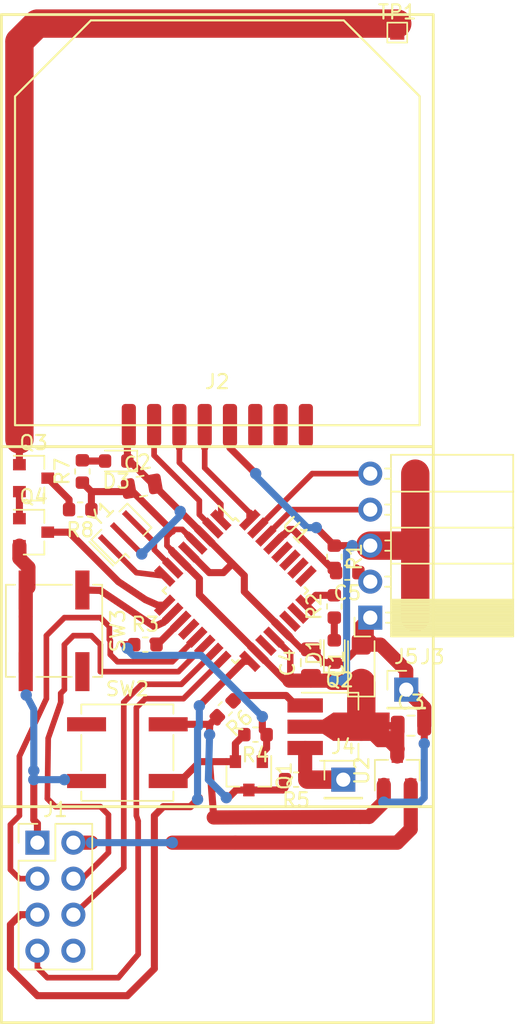
<source format=kicad_pcb>
(kicad_pcb (version 20171130) (host pcbnew 5.0.2-bee76a0~70~ubuntu16.04.1)

  (general
    (thickness 1.6)
    (drawings 6)
    (tracks 313)
    (zones 0)
    (modules 30)
    (nets 31)
  )

  (page A4)
  (layers
    (0 F.Cu signal)
    (31 B.Cu signal)
    (32 B.Adhes user)
    (33 F.Adhes user)
    (34 B.Paste user)
    (35 F.Paste user)
    (36 B.SilkS user)
    (37 F.SilkS user)
    (38 B.Mask user)
    (39 F.Mask user)
    (40 Dwgs.User user)
    (41 Cmts.User user)
    (42 Eco1.User user)
    (43 Eco2.User user)
    (44 Edge.Cuts user)
    (45 Margin user)
    (46 B.CrtYd user hide)
    (47 F.CrtYd user)
    (48 B.Fab user)
    (49 F.Fab user hide)
  )

  (setup
    (last_trace_width 0.5)
    (trace_clearance 0.2)
    (zone_clearance 0.508)
    (zone_45_only no)
    (trace_min 0.2)
    (segment_width 0.2)
    (edge_width 0.15)
    (via_size 0.8)
    (via_drill 0.4)
    (via_min_size 0.4)
    (via_min_drill 0.3)
    (uvia_size 0.3)
    (uvia_drill 0.1)
    (uvias_allowed no)
    (uvia_min_size 0.2)
    (uvia_min_drill 0.1)
    (pcb_text_width 0.3)
    (pcb_text_size 1.5 1.5)
    (mod_edge_width 0.15)
    (mod_text_size 1 1)
    (mod_text_width 0.15)
    (pad_size 1.524 1.524)
    (pad_drill 0.762)
    (pad_to_mask_clearance 0.051)
    (solder_mask_min_width 0.25)
    (aux_axis_origin 0 0)
    (visible_elements FFFFFF7F)
    (pcbplotparams
      (layerselection 0x00000_7fffffff)
      (usegerberextensions false)
      (usegerberattributes false)
      (usegerberadvancedattributes false)
      (creategerberjobfile false)
      (excludeedgelayer true)
      (linewidth 0.100000)
      (plotframeref false)
      (viasonmask false)
      (mode 1)
      (useauxorigin false)
      (hpglpennumber 1)
      (hpglpenspeed 20)
      (hpglpendiameter 15.000000)
      (psnegative false)
      (psa4output false)
      (plotreference false)
      (plotvalue false)
      (plotinvisibletext false)
      (padsonsilk false)
      (subtractmaskfromsilk false)
      (outputformat 1)
      (mirror false)
      (drillshape 0)
      (scaleselection 1)
      (outputdirectory "/media/fisch/HDD/Projects/hoverbrett/nippleremote_pcb/nippleremote/"))
  )

  (net 0 "")
  (net 1 GND)
  (net 2 VCC)
  (net 3 "Net-(D1-Pad2)")
  (net 4 "Net-(D3-Pad2)")
  (net 5 nrf_ce)
  (net 6 nrf_sck)
  (net 7 nrf_mi)
  (net 8 nrf_mo)
  (net 9 nrf_csn)
  (net 10 tp_4)
  (net 11 tp_3)
  (net 12 tp_2)
  (net 13 reset)
  (net 14 rx)
  (net 15 tx)
  (net 16 "Net-(J4-Pad1)")
  (net 17 "Net-(Q1-Pad1)")
  (net 18 "Net-(Q1-Pad3)")
  (net 19 "Net-(Q2-Pad1)")
  (net 20 "Net-(Q3-Pad1)")
  (net 21 "Net-(Q3-Pad2)")
  (net 22 "Net-(Q3-Pad3)")
  (net 23 output_touch_sensor)
  (net 24 "Net-(R2-Pad2)")
  (net 25 power_on)
  (net 26 "Net-(SW3-Pad1)")
  (net 27 "Net-(U1-Pad7)")
  (net 28 "Net-(U1-Pad8)")
  (net 29 "Net-(J1-Pad2)")
  (net 30 "Net-(C5-Pad2)")

  (net_class Default "This is the default net class."
    (clearance 0.2)
    (trace_width 0.5)
    (via_dia 0.8)
    (via_drill 0.4)
    (uvia_dia 0.3)
    (uvia_drill 0.1)
    (add_net GND)
    (add_net "Net-(C5-Pad2)")
    (add_net "Net-(D1-Pad2)")
    (add_net "Net-(D3-Pad2)")
    (add_net "Net-(J1-Pad2)")
    (add_net "Net-(J4-Pad1)")
    (add_net "Net-(Q1-Pad1)")
    (add_net "Net-(Q1-Pad3)")
    (add_net "Net-(Q2-Pad1)")
    (add_net "Net-(Q3-Pad1)")
    (add_net "Net-(Q3-Pad2)")
    (add_net "Net-(Q3-Pad3)")
    (add_net "Net-(R2-Pad2)")
    (add_net "Net-(SW3-Pad1)")
    (add_net "Net-(U1-Pad7)")
    (add_net "Net-(U1-Pad8)")
    (add_net VCC)
    (add_net nrf_ce)
    (add_net nrf_csn)
    (add_net nrf_mi)
    (add_net nrf_mo)
    (add_net nrf_sck)
    (add_net output_touch_sensor)
    (add_net power_on)
    (add_net reset)
    (add_net rx)
    (add_net tp_2)
    (add_net tp_3)
    (add_net tp_4)
    (add_net tx)
  )

  (module Button_Switch_SMD:SW_SPST_B3SL-1022P (layer F.Cu) (tedit 5A02FC95) (tstamp 5C78D532)
    (at 34.29 77.47)
    (descr "Middle Stroke Tactile Switch, B3SL")
    (tags "Middle Stroke Tactile Switch")
    (path /5C6B11D6)
    (attr smd)
    (fp_text reference SW2 (at 0 -4.5) (layer F.SilkS)
      (effects (font (size 1 1) (thickness 0.15)))
    )
    (fp_text value SW_SPST (at 0 4.75) (layer F.Fab)
      (effects (font (size 1 1) (thickness 0.15)))
    )
    (fp_circle (center 0 0) (end 1.25 0) (layer F.Fab) (width 0.1))
    (fp_line (start -3.1 3.25) (end -3.1 -3.25) (layer F.Fab) (width 0.1))
    (fp_line (start 3.1 3.25) (end -3.1 3.25) (layer F.Fab) (width 0.1))
    (fp_line (start 3.1 -3.25) (end 3.1 3.25) (layer F.Fab) (width 0.1))
    (fp_line (start -3.1 -3.25) (end 3.1 -3.25) (layer F.Fab) (width 0.1))
    (fp_line (start -3.25 -1.25) (end -3.25 1.25) (layer F.SilkS) (width 0.12))
    (fp_line (start 3.25 -1.25) (end 3.25 1.25) (layer F.SilkS) (width 0.12))
    (fp_line (start -3.25 -3.4) (end -3.25 -2.75) (layer F.SilkS) (width 0.12))
    (fp_line (start 3.25 -3.4) (end -3.25 -3.4) (layer F.SilkS) (width 0.12))
    (fp_line (start 3.25 -2.75) (end 3.25 -3.4) (layer F.SilkS) (width 0.12))
    (fp_line (start -3.25 3.4) (end -3.25 2.75) (layer F.SilkS) (width 0.12))
    (fp_line (start 3.25 3.4) (end -3.25 3.4) (layer F.SilkS) (width 0.12))
    (fp_line (start 3.25 2.75) (end 3.25 3.4) (layer F.SilkS) (width 0.12))
    (fp_line (start -4.5 -3.65) (end -4.5 3.65) (layer F.CrtYd) (width 0.05))
    (fp_line (start 4.5 -3.65) (end -4.5 -3.65) (layer F.CrtYd) (width 0.05))
    (fp_line (start 4.5 3.65) (end 4.5 -3.65) (layer F.CrtYd) (width 0.05))
    (fp_line (start -4.5 3.65) (end 4.5 3.65) (layer F.CrtYd) (width 0.05))
    (fp_text user %R (at 0 -4.5) (layer F.Fab)
      (effects (font (size 1 1) (thickness 0.15)))
    )
    (pad 2 smd rect (at -2.88 2) (size 2.75 1) (layers F.Cu F.Paste F.Mask)
      (net 1 GND))
    (pad 2 smd rect (at 2.88 2) (size 2.75 1) (layers F.Cu F.Paste F.Mask)
      (net 1 GND))
    (pad 1 smd rect (at 2.88 -2) (size 2.75 1) (layers F.Cu F.Paste F.Mask)
      (net 18 "Net-(Q1-Pad3)"))
    (pad 1 smd rect (at -2.88 -2) (size 2.75 1) (layers F.Cu F.Paste F.Mask)
      (net 18 "Net-(Q1-Pad3)"))
    (model ${KISYS3DMOD}/Button_Switch_SMD.3dshapes/SW_SPST_B3SL-1022P.wrl
      (at (xyz 0 0 0))
      (scale (xyz 1 1 1))
      (rotate (xyz 0 0 0))
    )
  )

  (module Package_QFP:TQFP-32_7x7mm_P0.8mm (layer F.Cu) (tedit 5A02F146) (tstamp 5C78AF60)
    (at 41.91 66.04 315)
    (descr "32-Lead Plastic Thin Quad Flatpack (PT) - 7x7x1.0 mm Body, 2.00 mm [TQFP] (see Microchip Packaging Specification 00000049BS.pdf)")
    (tags "QFP 0.8")
    (path /5C694862)
    (attr smd)
    (fp_text reference U1 (at 0 -6.05 315) (layer F.SilkS)
      (effects (font (size 1 1) (thickness 0.15)))
    )
    (fp_text value ATmega328P-AU (at 0 6.05 315) (layer F.Fab)
      (effects (font (size 1 1) (thickness 0.15)))
    )
    (fp_text user %R (at 0 0 315) (layer F.Fab)
      (effects (font (size 1 1) (thickness 0.15)))
    )
    (fp_line (start -2.5 -3.5) (end 3.5 -3.5) (layer F.Fab) (width 0.15))
    (fp_line (start 3.5 -3.5) (end 3.5 3.5) (layer F.Fab) (width 0.15))
    (fp_line (start 3.5 3.5) (end -3.5 3.5) (layer F.Fab) (width 0.15))
    (fp_line (start -3.5 3.5) (end -3.5 -2.5) (layer F.Fab) (width 0.15))
    (fp_line (start -3.5 -2.5) (end -2.5 -3.5) (layer F.Fab) (width 0.15))
    (fp_line (start -5.3 -5.3) (end -5.3 5.3) (layer F.CrtYd) (width 0.05))
    (fp_line (start 5.3 -5.3) (end 5.3 5.3) (layer F.CrtYd) (width 0.05))
    (fp_line (start -5.3 -5.3) (end 5.3 -5.3) (layer F.CrtYd) (width 0.05))
    (fp_line (start -5.3 5.3) (end 5.3 5.3) (layer F.CrtYd) (width 0.05))
    (fp_line (start -3.625 -3.625) (end -3.625 -3.4) (layer F.SilkS) (width 0.15))
    (fp_line (start 3.625 -3.625) (end 3.625 -3.3) (layer F.SilkS) (width 0.15))
    (fp_line (start 3.625 3.625) (end 3.625 3.3) (layer F.SilkS) (width 0.15))
    (fp_line (start -3.625 3.625) (end -3.625 3.3) (layer F.SilkS) (width 0.15))
    (fp_line (start -3.625 -3.625) (end -3.3 -3.625) (layer F.SilkS) (width 0.15))
    (fp_line (start -3.625 3.625) (end -3.3 3.625) (layer F.SilkS) (width 0.15))
    (fp_line (start 3.625 3.625) (end 3.3 3.625) (layer F.SilkS) (width 0.15))
    (fp_line (start 3.625 -3.625) (end 3.3 -3.625) (layer F.SilkS) (width 0.15))
    (fp_line (start -3.625 -3.4) (end -5.05 -3.4) (layer F.SilkS) (width 0.15))
    (pad 1 smd rect (at -4.25 -2.8 315) (size 1.6 0.55) (layers F.Cu F.Paste F.Mask)
      (net 11 tp_3))
    (pad 2 smd rect (at -4.25 -2 315) (size 1.6 0.55) (layers F.Cu F.Paste F.Mask)
      (net 12 tp_2))
    (pad 3 smd rect (at -4.25 -1.2 315) (size 1.6 0.55) (layers F.Cu F.Paste F.Mask)
      (net 1 GND))
    (pad 4 smd rect (at -4.25 -0.4 315) (size 1.6 0.55) (layers F.Cu F.Paste F.Mask)
      (net 2 VCC))
    (pad 5 smd rect (at -4.25 0.4 315) (size 1.6 0.55) (layers F.Cu F.Paste F.Mask)
      (net 1 GND))
    (pad 6 smd rect (at -4.25 1.2 315) (size 1.6 0.55) (layers F.Cu F.Paste F.Mask)
      (net 2 VCC))
    (pad 7 smd rect (at -4.25 2 315) (size 1.6 0.55) (layers F.Cu F.Paste F.Mask)
      (net 27 "Net-(U1-Pad7)"))
    (pad 8 smd rect (at -4.25 2.8 315) (size 1.6 0.55) (layers F.Cu F.Paste F.Mask)
      (net 28 "Net-(U1-Pad8)"))
    (pad 9 smd rect (at -2.8 4.25 45) (size 1.6 0.55) (layers F.Cu F.Paste F.Mask)
      (net 23 output_touch_sensor))
    (pad 10 smd rect (at -2 4.25 45) (size 1.6 0.55) (layers F.Cu F.Paste F.Mask)
      (net 26 "Net-(SW3-Pad1)"))
    (pad 11 smd rect (at -1.2 4.25 45) (size 1.6 0.55) (layers F.Cu F.Paste F.Mask)
      (net 25 power_on))
    (pad 12 smd rect (at -0.4 4.25 45) (size 1.6 0.55) (layers F.Cu F.Paste F.Mask))
    (pad 13 smd rect (at 0.4 4.25 45) (size 1.6 0.55) (layers F.Cu F.Paste F.Mask)
      (net 5 nrf_ce))
    (pad 14 smd rect (at 1.2 4.25 45) (size 1.6 0.55) (layers F.Cu F.Paste F.Mask)
      (net 9 nrf_csn))
    (pad 15 smd rect (at 2 4.25 45) (size 1.6 0.55) (layers F.Cu F.Paste F.Mask)
      (net 8 nrf_mo))
    (pad 16 smd rect (at 2.8 4.25 45) (size 1.6 0.55) (layers F.Cu F.Paste F.Mask)
      (net 7 nrf_mi))
    (pad 17 smd rect (at 4.25 2.8 315) (size 1.6 0.55) (layers F.Cu F.Paste F.Mask)
      (net 6 nrf_sck))
    (pad 18 smd rect (at 4.25 2 315) (size 1.6 0.55) (layers F.Cu F.Paste F.Mask)
      (net 2 VCC))
    (pad 19 smd rect (at 4.25 1.2 315) (size 1.6 0.55) (layers F.Cu F.Paste F.Mask))
    (pad 20 smd rect (at 4.25 0.4 315) (size 1.6 0.55) (layers F.Cu F.Paste F.Mask)
      (net 2 VCC))
    (pad 21 smd rect (at 4.25 -0.4 315) (size 1.6 0.55) (layers F.Cu F.Paste F.Mask)
      (net 1 GND))
    (pad 22 smd rect (at 4.25 -1.2 315) (size 1.6 0.55) (layers F.Cu F.Paste F.Mask))
    (pad 23 smd rect (at 4.25 -2 315) (size 1.6 0.55) (layers F.Cu F.Paste F.Mask))
    (pad 24 smd rect (at 4.25 -2.8 315) (size 1.6 0.55) (layers F.Cu F.Paste F.Mask)
      (net 24 "Net-(R2-Pad2)"))
    (pad 25 smd rect (at 2.8 -4.25 45) (size 1.6 0.55) (layers F.Cu F.Paste F.Mask))
    (pad 26 smd rect (at 2 -4.25 45) (size 1.6 0.55) (layers F.Cu F.Paste F.Mask))
    (pad 27 smd rect (at 1.2 -4.25 45) (size 1.6 0.55) (layers F.Cu F.Paste F.Mask))
    (pad 28 smd rect (at 0.4 -4.25 45) (size 1.6 0.55) (layers F.Cu F.Paste F.Mask))
    (pad 29 smd rect (at -0.4 -4.25 45) (size 1.6 0.55) (layers F.Cu F.Paste F.Mask)
      (net 30 "Net-(C5-Pad2)"))
    (pad 30 smd rect (at -1.2 -4.25 45) (size 1.6 0.55) (layers F.Cu F.Paste F.Mask)
      (net 14 rx))
    (pad 31 smd rect (at -2 -4.25 45) (size 1.6 0.55) (layers F.Cu F.Paste F.Mask)
      (net 15 tx))
    (pad 32 smd rect (at -2.8 -4.25 45) (size 1.6 0.55) (layers F.Cu F.Paste F.Mask)
      (net 10 tp_4))
    (model ${KISYS3DMOD}/Package_QFP.3dshapes/TQFP-32_7x7mm_P0.8mm.wrl
      (at (xyz 0 0 0))
      (scale (xyz 1 1 1))
      (rotate (xyz 0 0 0))
    )
  )

  (module Capacitor_Tantalum_SMD:CP_EIA-3216-10_Kemet-I (layer F.Cu) (tedit 5B301BBE) (tstamp 5C78944B)
    (at 50.8 71.2 90)
    (descr "Tantalum Capacitor SMD Kemet-I (3216-10 Metric), IPC_7351 nominal, (Body size from: http://www.kemet.com/Lists/ProductCatalog/Attachments/253/KEM_TC101_STD.pdf), generated with kicad-footprint-generator")
    (tags "capacitor tantalum")
    (path /5C699371)
    (attr smd)
    (fp_text reference C1 (at 0 -1.75 90) (layer F.SilkS)
      (effects (font (size 1 1) (thickness 0.15)))
    )
    (fp_text value CP (at 0 1.75 90) (layer F.Fab)
      (effects (font (size 1 1) (thickness 0.15)))
    )
    (fp_line (start 1.6 -0.8) (end -1.2 -0.8) (layer F.Fab) (width 0.1))
    (fp_line (start -1.2 -0.8) (end -1.6 -0.4) (layer F.Fab) (width 0.1))
    (fp_line (start -1.6 -0.4) (end -1.6 0.8) (layer F.Fab) (width 0.1))
    (fp_line (start -1.6 0.8) (end 1.6 0.8) (layer F.Fab) (width 0.1))
    (fp_line (start 1.6 0.8) (end 1.6 -0.8) (layer F.Fab) (width 0.1))
    (fp_line (start 1.6 -0.935) (end -2.31 -0.935) (layer F.SilkS) (width 0.12))
    (fp_line (start -2.31 -0.935) (end -2.31 0.935) (layer F.SilkS) (width 0.12))
    (fp_line (start -2.31 0.935) (end 1.6 0.935) (layer F.SilkS) (width 0.12))
    (fp_line (start -2.3 1.05) (end -2.3 -1.05) (layer F.CrtYd) (width 0.05))
    (fp_line (start -2.3 -1.05) (end 2.3 -1.05) (layer F.CrtYd) (width 0.05))
    (fp_line (start 2.3 -1.05) (end 2.3 1.05) (layer F.CrtYd) (width 0.05))
    (fp_line (start 2.3 1.05) (end -2.3 1.05) (layer F.CrtYd) (width 0.05))
    (fp_text user %R (at 0 0 90) (layer F.Fab)
      (effects (font (size 0.8 0.8) (thickness 0.12)))
    )
    (pad 1 smd roundrect (at -1.35 0 90) (size 1.4 1.35) (layers F.Cu F.Paste F.Mask) (roundrect_rratio 0.185185)
      (net 2 VCC))
    (pad 2 smd roundrect (at 1.35 0 90) (size 1.4 1.35) (layers F.Cu F.Paste F.Mask) (roundrect_rratio 0.185185)
      (net 1 GND))
    (model ${KISYS3DMOD}/Capacitor_Tantalum_SMD.3dshapes/CP_EIA-3216-10_Kemet-I.wrl
      (at (xyz 0 0 0))
      (scale (xyz 1 1 1))
      (rotate (xyz 0 0 0))
    )
  )

  (module Capacitor_SMD:C_0805_2012Metric (layer F.Cu) (tedit 5B36C52B) (tstamp 5C791783)
    (at 35.306 58.674 10)
    (descr "Capacitor SMD 0805 (2012 Metric), square (rectangular) end terminal, IPC_7351 nominal, (Body size source: https://docs.google.com/spreadsheets/d/1BsfQQcO9C6DZCsRaXUlFlo91Tg2WpOkGARC1WS5S8t0/edit?usp=sharing), generated with kicad-footprint-generator")
    (tags capacitor)
    (path /5C69EB34)
    (attr smd)
    (fp_text reference C2 (at 0 -1.65 10) (layer F.SilkS)
      (effects (font (size 1 1) (thickness 0.15)))
    )
    (fp_text value C (at 0 1.65 10) (layer F.Fab)
      (effects (font (size 1 1) (thickness 0.15)))
    )
    (fp_line (start -1 0.6) (end -1 -0.6) (layer F.Fab) (width 0.1))
    (fp_line (start -1 -0.6) (end 1 -0.6) (layer F.Fab) (width 0.1))
    (fp_line (start 1 -0.6) (end 1 0.6) (layer F.Fab) (width 0.1))
    (fp_line (start 1 0.6) (end -1 0.6) (layer F.Fab) (width 0.1))
    (fp_line (start -0.258578 -0.71) (end 0.258578 -0.71) (layer F.SilkS) (width 0.12))
    (fp_line (start -0.258578 0.71) (end 0.258578 0.71) (layer F.SilkS) (width 0.12))
    (fp_line (start -1.68 0.95) (end -1.68 -0.95) (layer F.CrtYd) (width 0.05))
    (fp_line (start -1.68 -0.95) (end 1.68 -0.95) (layer F.CrtYd) (width 0.05))
    (fp_line (start 1.68 -0.95) (end 1.68 0.95) (layer F.CrtYd) (width 0.05))
    (fp_line (start 1.68 0.95) (end -1.68 0.95) (layer F.CrtYd) (width 0.05))
    (fp_text user %R (at 0 0 10) (layer F.Fab)
      (effects (font (size 0.5 0.5) (thickness 0.08)))
    )
    (pad 1 smd roundrect (at -0.9375 0 10) (size 0.975 1.4) (layers F.Cu F.Paste F.Mask) (roundrect_rratio 0.25)
      (net 2 VCC))
    (pad 2 smd roundrect (at 0.9375 0 10) (size 0.975 1.4) (layers F.Cu F.Paste F.Mask) (roundrect_rratio 0.25)
      (net 1 GND))
    (model ${KISYS3DMOD}/Capacitor_SMD.3dshapes/C_0805_2012Metric.wrl
      (at (xyz 0 0 0))
      (scale (xyz 1 1 1))
      (rotate (xyz 0 0 0))
    )
  )

  (module Capacitor_SMD:C_0805_2012Metric (layer F.Cu) (tedit 5B36C52B) (tstamp 5C78946D)
    (at 54.3075 75.565)
    (descr "Capacitor SMD 0805 (2012 Metric), square (rectangular) end terminal, IPC_7351 nominal, (Body size source: https://docs.google.com/spreadsheets/d/1BsfQQcO9C6DZCsRaXUlFlo91Tg2WpOkGARC1WS5S8t0/edit?usp=sharing), generated with kicad-footprint-generator")
    (tags capacitor)
    (path /5C69EA98)
    (attr smd)
    (fp_text reference C3 (at 0 -1.65) (layer F.SilkS)
      (effects (font (size 1 1) (thickness 0.15)))
    )
    (fp_text value C (at 0 1.65) (layer F.Fab)
      (effects (font (size 1 1) (thickness 0.15)))
    )
    (fp_text user %R (at 0 0) (layer F.Fab)
      (effects (font (size 0.5 0.5) (thickness 0.08)))
    )
    (fp_line (start 1.68 0.95) (end -1.68 0.95) (layer F.CrtYd) (width 0.05))
    (fp_line (start 1.68 -0.95) (end 1.68 0.95) (layer F.CrtYd) (width 0.05))
    (fp_line (start -1.68 -0.95) (end 1.68 -0.95) (layer F.CrtYd) (width 0.05))
    (fp_line (start -1.68 0.95) (end -1.68 -0.95) (layer F.CrtYd) (width 0.05))
    (fp_line (start -0.258578 0.71) (end 0.258578 0.71) (layer F.SilkS) (width 0.12))
    (fp_line (start -0.258578 -0.71) (end 0.258578 -0.71) (layer F.SilkS) (width 0.12))
    (fp_line (start 1 0.6) (end -1 0.6) (layer F.Fab) (width 0.1))
    (fp_line (start 1 -0.6) (end 1 0.6) (layer F.Fab) (width 0.1))
    (fp_line (start -1 -0.6) (end 1 -0.6) (layer F.Fab) (width 0.1))
    (fp_line (start -1 0.6) (end -1 -0.6) (layer F.Fab) (width 0.1))
    (pad 2 smd roundrect (at 0.9375 0) (size 0.975 1.4) (layers F.Cu F.Paste F.Mask) (roundrect_rratio 0.25)
      (net 1 GND))
    (pad 1 smd roundrect (at -0.9375 0) (size 0.975 1.4) (layers F.Cu F.Paste F.Mask) (roundrect_rratio 0.25)
      (net 2 VCC))
    (model ${KISYS3DMOD}/Capacitor_SMD.3dshapes/C_0805_2012Metric.wrl
      (at (xyz 0 0 0))
      (scale (xyz 1 1 1))
      (rotate (xyz 0 0 0))
    )
  )

  (module Capacitor_SMD:C_0805_2012Metric (layer F.Cu) (tedit 5B36C52B) (tstamp 5C78947E)
    (at 47.244 71.12 90)
    (descr "Capacitor SMD 0805 (2012 Metric), square (rectangular) end terminal, IPC_7351 nominal, (Body size source: https://docs.google.com/spreadsheets/d/1BsfQQcO9C6DZCsRaXUlFlo91Tg2WpOkGARC1WS5S8t0/edit?usp=sharing), generated with kicad-footprint-generator")
    (tags capacitor)
    (path /5C69EAFE)
    (attr smd)
    (fp_text reference C4 (at 0 -1.65 90) (layer F.SilkS)
      (effects (font (size 1 1) (thickness 0.15)))
    )
    (fp_text value C (at 0 1.65 90) (layer F.Fab)
      (effects (font (size 1 1) (thickness 0.15)))
    )
    (fp_line (start -1 0.6) (end -1 -0.6) (layer F.Fab) (width 0.1))
    (fp_line (start -1 -0.6) (end 1 -0.6) (layer F.Fab) (width 0.1))
    (fp_line (start 1 -0.6) (end 1 0.6) (layer F.Fab) (width 0.1))
    (fp_line (start 1 0.6) (end -1 0.6) (layer F.Fab) (width 0.1))
    (fp_line (start -0.258578 -0.71) (end 0.258578 -0.71) (layer F.SilkS) (width 0.12))
    (fp_line (start -0.258578 0.71) (end 0.258578 0.71) (layer F.SilkS) (width 0.12))
    (fp_line (start -1.68 0.95) (end -1.68 -0.95) (layer F.CrtYd) (width 0.05))
    (fp_line (start -1.68 -0.95) (end 1.68 -0.95) (layer F.CrtYd) (width 0.05))
    (fp_line (start 1.68 -0.95) (end 1.68 0.95) (layer F.CrtYd) (width 0.05))
    (fp_line (start 1.68 0.95) (end -1.68 0.95) (layer F.CrtYd) (width 0.05))
    (fp_text user %R (at 0 0 90) (layer F.Fab)
      (effects (font (size 0.5 0.5) (thickness 0.08)))
    )
    (pad 1 smd roundrect (at -0.9375 0 90) (size 0.975 1.4) (layers F.Cu F.Paste F.Mask) (roundrect_rratio 0.25)
      (net 2 VCC))
    (pad 2 smd roundrect (at 0.9375 0 90) (size 0.975 1.4) (layers F.Cu F.Paste F.Mask) (roundrect_rratio 0.25)
      (net 1 GND))
    (model ${KISYS3DMOD}/Capacitor_SMD.3dshapes/C_0805_2012Metric.wrl
      (at (xyz 0 0 0))
      (scale (xyz 1 1 1))
      (rotate (xyz 0 0 0))
    )
  )

  (module Connector_PinHeader_2.54mm:PinHeader_2x04_P2.54mm_Vertical (layer F.Cu) (tedit 59FED5CC) (tstamp 5C7894DD)
    (at 27.94 83.82)
    (descr "Through hole straight pin header, 2x04, 2.54mm pitch, double rows")
    (tags "Through hole pin header THT 2x04 2.54mm double row")
    (path /5C6CA917)
    (fp_text reference J1 (at 1.27 -2.33) (layer F.SilkS)
      (effects (font (size 1 1) (thickness 0.15)))
    )
    (fp_text value "2x4 NRF24" (at 1.27 9.95) (layer F.Fab)
      (effects (font (size 1 1) (thickness 0.15)))
    )
    (fp_line (start 0 -1.27) (end 3.81 -1.27) (layer F.Fab) (width 0.1))
    (fp_line (start 3.81 -1.27) (end 3.81 8.89) (layer F.Fab) (width 0.1))
    (fp_line (start 3.81 8.89) (end -1.27 8.89) (layer F.Fab) (width 0.1))
    (fp_line (start -1.27 8.89) (end -1.27 0) (layer F.Fab) (width 0.1))
    (fp_line (start -1.27 0) (end 0 -1.27) (layer F.Fab) (width 0.1))
    (fp_line (start -1.33 8.95) (end 3.87 8.95) (layer F.SilkS) (width 0.12))
    (fp_line (start -1.33 1.27) (end -1.33 8.95) (layer F.SilkS) (width 0.12))
    (fp_line (start 3.87 -1.33) (end 3.87 8.95) (layer F.SilkS) (width 0.12))
    (fp_line (start -1.33 1.27) (end 1.27 1.27) (layer F.SilkS) (width 0.12))
    (fp_line (start 1.27 1.27) (end 1.27 -1.33) (layer F.SilkS) (width 0.12))
    (fp_line (start 1.27 -1.33) (end 3.87 -1.33) (layer F.SilkS) (width 0.12))
    (fp_line (start -1.33 0) (end -1.33 -1.33) (layer F.SilkS) (width 0.12))
    (fp_line (start -1.33 -1.33) (end 0 -1.33) (layer F.SilkS) (width 0.12))
    (fp_line (start -1.8 -1.8) (end -1.8 9.4) (layer F.CrtYd) (width 0.05))
    (fp_line (start -1.8 9.4) (end 4.35 9.4) (layer F.CrtYd) (width 0.05))
    (fp_line (start 4.35 9.4) (end 4.35 -1.8) (layer F.CrtYd) (width 0.05))
    (fp_line (start 4.35 -1.8) (end -1.8 -1.8) (layer F.CrtYd) (width 0.05))
    (fp_text user %R (at 1.27 3.81 90) (layer F.Fab)
      (effects (font (size 1 1) (thickness 0.15)))
    )
    (pad 1 thru_hole rect (at 0 0) (size 1.7 1.7) (drill 1) (layers *.Cu *.Mask)
      (net 1 GND))
    (pad 2 thru_hole oval (at 2.54 0) (size 1.7 1.7) (drill 1) (layers *.Cu *.Mask)
      (net 29 "Net-(J1-Pad2)"))
    (pad 3 thru_hole oval (at 0 2.54) (size 1.7 1.7) (drill 1) (layers *.Cu *.Mask)
      (net 5 nrf_ce))
    (pad 4 thru_hole oval (at 2.54 2.54) (size 1.7 1.7) (drill 1) (layers *.Cu *.Mask)
      (net 9 nrf_csn))
    (pad 5 thru_hole oval (at 0 5.08) (size 1.7 1.7) (drill 1) (layers *.Cu *.Mask)
      (net 6 nrf_sck))
    (pad 6 thru_hole oval (at 2.54 5.08) (size 1.7 1.7) (drill 1) (layers *.Cu *.Mask)
      (net 8 nrf_mo))
    (pad 7 thru_hole oval (at 0 7.62) (size 1.7 1.7) (drill 1) (layers *.Cu *.Mask)
      (net 7 nrf_mi))
    (pad 8 thru_hole oval (at 2.54 7.62) (size 1.7 1.7) (drill 1) (layers *.Cu *.Mask))
    (model ${KISYS3DMOD}/Connector_PinHeader_2.54mm.3dshapes/PinHeader_2x04_P2.54mm_Vertical.wrl
      (at (xyz 0 0 0))
      (scale (xyz 1 1 1))
      (rotate (xyz 0 0 0))
    )
  )

  (module library:trackpoint_module (layer F.Cu) (tedit 5C698326) (tstamp 5C7894EF)
    (at 40.64 50.8)
    (path /5C69DCE8)
    (fp_text reference J2 (at 0 0.5) (layer F.SilkS)
      (effects (font (size 1 1) (thickness 0.15)))
    )
    (fp_text value trackpoint (at 0 -0.5) (layer F.Fab)
      (effects (font (size 1 1) (thickness 0.15)))
    )
    (fp_line (start -8.925 -24.99) (end -14.28 -19.635) (layer F.SilkS) (width 0.15))
    (fp_line (start 14.28 -19.635) (end 8.925 -24.99) (layer F.SilkS) (width 0.15))
    (fp_line (start 14.28 3.57) (end 14.28 -19.635) (layer F.SilkS) (width 0.15))
    (fp_line (start -14.28 -19.635) (end -14.28 3.57) (layer F.SilkS) (width 0.15))
    (fp_line (start 8.925 -24.99) (end -8.925 -24.99) (layer F.SilkS) (width 0.15))
    (fp_line (start -14.28 3.57) (end 14.28 3.57) (layer F.SilkS) (width 0.15))
    (pad 8 smd roundrect (at 6.2475 3.57) (size 1 3) (layers F.Cu F.Paste F.Mask) (roundrect_rratio 0.25))
    (pad 7 smd roundrect (at 4.4625 3.57) (size 1 3) (layers F.Cu F.Paste F.Mask) (roundrect_rratio 0.25))
    (pad 6 smd roundrect (at 2.6775 3.57) (size 1 3) (layers F.Cu F.Paste F.Mask) (roundrect_rratio 0.25))
    (pad 5 smd roundrect (at 0.8925 3.57) (size 1 3) (layers F.Cu F.Paste F.Mask) (roundrect_rratio 0.25)
      (net 2 VCC))
    (pad 4 smd roundrect (at -0.8925 3.57) (size 1 3) (layers F.Cu F.Paste F.Mask) (roundrect_rratio 0.25)
      (net 10 tp_4))
    (pad 3 smd roundrect (at -2.6775 3.57) (size 1 3) (layers F.Cu F.Paste F.Mask) (roundrect_rratio 0.25)
      (net 11 tp_3))
    (pad 2 smd roundrect (at -4.4625 3.57) (size 1 3) (layers F.Cu F.Paste F.Mask) (roundrect_rratio 0.25)
      (net 12 tp_2))
    (pad 1 smd roundrect (at -6.2475 3.57) (size 1 3) (layers F.Cu F.Paste F.Mask) (roundrect_rratio 0.25)
      (net 1 GND))
  )

  (module Package_TO_SOT_SMD:SOT-23 (layer F.Cu) (tedit 5A02FF57) (tstamp 5C78DFB1)
    (at 42.865 79.105 270)
    (descr "SOT-23, Standard")
    (tags SOT-23)
    (path /5C6C7023)
    (attr smd)
    (fp_text reference Q1 (at 0 -2.5 270) (layer F.SilkS)
      (effects (font (size 1 1) (thickness 0.15)))
    )
    (fp_text value Q_NPN_BEC (at 0 2.5 270) (layer F.Fab)
      (effects (font (size 1 1) (thickness 0.15)))
    )
    (fp_text user %R (at 0 0) (layer F.Fab)
      (effects (font (size 0.5 0.5) (thickness 0.075)))
    )
    (fp_line (start -0.7 -0.95) (end -0.7 1.5) (layer F.Fab) (width 0.1))
    (fp_line (start -0.15 -1.52) (end 0.7 -1.52) (layer F.Fab) (width 0.1))
    (fp_line (start -0.7 -0.95) (end -0.15 -1.52) (layer F.Fab) (width 0.1))
    (fp_line (start 0.7 -1.52) (end 0.7 1.52) (layer F.Fab) (width 0.1))
    (fp_line (start -0.7 1.52) (end 0.7 1.52) (layer F.Fab) (width 0.1))
    (fp_line (start 0.76 1.58) (end 0.76 0.65) (layer F.SilkS) (width 0.12))
    (fp_line (start 0.76 -1.58) (end 0.76 -0.65) (layer F.SilkS) (width 0.12))
    (fp_line (start -1.7 -1.75) (end 1.7 -1.75) (layer F.CrtYd) (width 0.05))
    (fp_line (start 1.7 -1.75) (end 1.7 1.75) (layer F.CrtYd) (width 0.05))
    (fp_line (start 1.7 1.75) (end -1.7 1.75) (layer F.CrtYd) (width 0.05))
    (fp_line (start -1.7 1.75) (end -1.7 -1.75) (layer F.CrtYd) (width 0.05))
    (fp_line (start 0.76 -1.58) (end -1.4 -1.58) (layer F.SilkS) (width 0.12))
    (fp_line (start 0.76 1.58) (end -0.7 1.58) (layer F.SilkS) (width 0.12))
    (pad 1 smd rect (at -1 -0.95 270) (size 0.9 0.8) (layers F.Cu F.Paste F.Mask)
      (net 17 "Net-(Q1-Pad1)"))
    (pad 2 smd rect (at -1 0.95 270) (size 0.9 0.8) (layers F.Cu F.Paste F.Mask)
      (net 1 GND))
    (pad 3 smd rect (at 1 0 270) (size 0.9 0.8) (layers F.Cu F.Paste F.Mask)
      (net 18 "Net-(Q1-Pad3)"))
    (model ${KISYS3DMOD}/Package_TO_SOT_SMD.3dshapes/SOT-23.wrl
      (at (xyz 0 0 0))
      (scale (xyz 1 1 1))
      (rotate (xyz 0 0 0))
    )
  )

  (module Package_TO_SOT_SMD:SOT-89-3_Handsoldering (layer F.Cu) (tedit 5A02FF57) (tstamp 5C7895C1)
    (at 48.82 75.64)
    (descr "SOT-89-3 Handsoldering")
    (tags "SOT-89-3 Handsoldering")
    (path /5C6A4201)
    (attr smd)
    (fp_text reference Q2 (at 0.45 -3.3) (layer F.SilkS)
      (effects (font (size 1 1) (thickness 0.15)))
    )
    (fp_text value Q_PNP_BCE (at 0.5 3.15) (layer F.Fab)
      (effects (font (size 1 1) (thickness 0.15)))
    )
    (fp_text user %R (at 0.38 0 90) (layer F.Fab)
      (effects (font (size 0.6 0.6) (thickness 0.09)))
    )
    (fp_line (start -3.5 2.55) (end 4.25 2.55) (layer F.CrtYd) (width 0.05))
    (fp_line (start 4.25 2.55) (end 4.25 -2.55) (layer F.CrtYd) (width 0.05))
    (fp_line (start 4.25 -2.55) (end -3.5 -2.55) (layer F.CrtYd) (width 0.05))
    (fp_line (start -3.5 -2.55) (end -3.5 2.55) (layer F.CrtYd) (width 0.05))
    (fp_line (start 1.78 1.2) (end 1.78 2.4) (layer F.SilkS) (width 0.12))
    (fp_line (start 1.78 2.4) (end -0.92 2.4) (layer F.SilkS) (width 0.12))
    (fp_line (start -2.22 -2.4) (end 1.78 -2.4) (layer F.SilkS) (width 0.12))
    (fp_line (start 1.78 -2.4) (end 1.78 -1.2) (layer F.SilkS) (width 0.12))
    (fp_line (start -0.92 -1.51) (end -0.13 -2.3) (layer F.Fab) (width 0.1))
    (fp_line (start 1.68 -2.3) (end 1.68 2.3) (layer F.Fab) (width 0.1))
    (fp_line (start 1.68 2.3) (end -0.92 2.3) (layer F.Fab) (width 0.1))
    (fp_line (start -0.92 2.3) (end -0.92 -1.51) (layer F.Fab) (width 0.1))
    (fp_line (start -0.13 -2.3) (end 1.68 -2.3) (layer F.Fab) (width 0.1))
    (pad 1 smd rect (at -1.98 -1.5 270) (size 1 2.5) (layers F.Cu F.Paste F.Mask)
      (net 19 "Net-(Q2-Pad1)"))
    (pad 2 smd rect (at -1.98 0 270) (size 1 2.5) (layers F.Cu F.Paste F.Mask)
      (net 2 VCC))
    (pad 3 smd rect (at -1.98 1.5 270) (size 1 2.5) (layers F.Cu F.Paste F.Mask)
      (net 16 "Net-(J4-Pad1)"))
    (pad 2 smd rect (at 1.98 0 270) (size 2 4) (layers F.Cu F.Paste F.Mask)
      (net 2 VCC))
    (pad 2 smd trapezoid (at -0.37 0 90) (size 1.5 0.75) (rect_delta 0 0.5 ) (layers F.Cu F.Paste F.Mask)
      (net 2 VCC))
    (model ${KISYS3DMOD}/Package_TO_SOT_SMD.3dshapes/SOT-89-3.wrl
      (at (xyz 0 0 0))
      (scale (xyz 1 1 1))
      (rotate (xyz 0 0 0))
    )
  )

  (module Package_TO_SOT_SMD:SOT-23 (layer F.Cu) (tedit 5A02FF57) (tstamp 5C7895D6)
    (at 27.67 58.105)
    (descr "SOT-23, Standard")
    (tags SOT-23)
    (path /5C6C783E)
    (attr smd)
    (fp_text reference Q3 (at 0 -2.5) (layer F.SilkS)
      (effects (font (size 1 1) (thickness 0.15)))
    )
    (fp_text value Q_NPN_BEC (at 0 2.5) (layer F.Fab)
      (effects (font (size 1 1) (thickness 0.15)))
    )
    (fp_text user %R (at 0 0 90) (layer F.Fab)
      (effects (font (size 0.5 0.5) (thickness 0.075)))
    )
    (fp_line (start -0.7 -0.95) (end -0.7 1.5) (layer F.Fab) (width 0.1))
    (fp_line (start -0.15 -1.52) (end 0.7 -1.52) (layer F.Fab) (width 0.1))
    (fp_line (start -0.7 -0.95) (end -0.15 -1.52) (layer F.Fab) (width 0.1))
    (fp_line (start 0.7 -1.52) (end 0.7 1.52) (layer F.Fab) (width 0.1))
    (fp_line (start -0.7 1.52) (end 0.7 1.52) (layer F.Fab) (width 0.1))
    (fp_line (start 0.76 1.58) (end 0.76 0.65) (layer F.SilkS) (width 0.12))
    (fp_line (start 0.76 -1.58) (end 0.76 -0.65) (layer F.SilkS) (width 0.12))
    (fp_line (start -1.7 -1.75) (end 1.7 -1.75) (layer F.CrtYd) (width 0.05))
    (fp_line (start 1.7 -1.75) (end 1.7 1.75) (layer F.CrtYd) (width 0.05))
    (fp_line (start 1.7 1.75) (end -1.7 1.75) (layer F.CrtYd) (width 0.05))
    (fp_line (start -1.7 1.75) (end -1.7 -1.75) (layer F.CrtYd) (width 0.05))
    (fp_line (start 0.76 -1.58) (end -1.4 -1.58) (layer F.SilkS) (width 0.12))
    (fp_line (start 0.76 1.58) (end -0.7 1.58) (layer F.SilkS) (width 0.12))
    (pad 1 smd rect (at -1 -0.95) (size 0.9 0.8) (layers F.Cu F.Paste F.Mask)
      (net 20 "Net-(Q3-Pad1)"))
    (pad 2 smd rect (at -1 0.95) (size 0.9 0.8) (layers F.Cu F.Paste F.Mask)
      (net 21 "Net-(Q3-Pad2)"))
    (pad 3 smd rect (at 1 0) (size 0.9 0.8) (layers F.Cu F.Paste F.Mask)
      (net 22 "Net-(Q3-Pad3)"))
    (model ${KISYS3DMOD}/Package_TO_SOT_SMD.3dshapes/SOT-23.wrl
      (at (xyz 0 0 0))
      (scale (xyz 1 1 1))
      (rotate (xyz 0 0 0))
    )
  )

  (module Package_TO_SOT_SMD:SOT-23 (layer F.Cu) (tedit 5A02FF57) (tstamp 5C7895EB)
    (at 27.67 61.915)
    (descr "SOT-23, Standard")
    (tags SOT-23)
    (path /5C6C73B8)
    (attr smd)
    (fp_text reference Q4 (at 0 -2.5) (layer F.SilkS)
      (effects (font (size 1 1) (thickness 0.15)))
    )
    (fp_text value Q_NPN_BEC (at 0 2.5) (layer F.Fab)
      (effects (font (size 1 1) (thickness 0.15)))
    )
    (fp_line (start 0.76 1.58) (end -0.7 1.58) (layer F.SilkS) (width 0.12))
    (fp_line (start 0.76 -1.58) (end -1.4 -1.58) (layer F.SilkS) (width 0.12))
    (fp_line (start -1.7 1.75) (end -1.7 -1.75) (layer F.CrtYd) (width 0.05))
    (fp_line (start 1.7 1.75) (end -1.7 1.75) (layer F.CrtYd) (width 0.05))
    (fp_line (start 1.7 -1.75) (end 1.7 1.75) (layer F.CrtYd) (width 0.05))
    (fp_line (start -1.7 -1.75) (end 1.7 -1.75) (layer F.CrtYd) (width 0.05))
    (fp_line (start 0.76 -1.58) (end 0.76 -0.65) (layer F.SilkS) (width 0.12))
    (fp_line (start 0.76 1.58) (end 0.76 0.65) (layer F.SilkS) (width 0.12))
    (fp_line (start -0.7 1.52) (end 0.7 1.52) (layer F.Fab) (width 0.1))
    (fp_line (start 0.7 -1.52) (end 0.7 1.52) (layer F.Fab) (width 0.1))
    (fp_line (start -0.7 -0.95) (end -0.15 -1.52) (layer F.Fab) (width 0.1))
    (fp_line (start -0.15 -1.52) (end 0.7 -1.52) (layer F.Fab) (width 0.1))
    (fp_line (start -0.7 -0.95) (end -0.7 1.5) (layer F.Fab) (width 0.1))
    (fp_text user %R (at 0 0 90) (layer F.Fab)
      (effects (font (size 0.5 0.5) (thickness 0.075)))
    )
    (pad 3 smd rect (at 1 0) (size 0.9 0.8) (layers F.Cu F.Paste F.Mask)
      (net 23 output_touch_sensor))
    (pad 2 smd rect (at -1 0.95) (size 0.9 0.8) (layers F.Cu F.Paste F.Mask)
      (net 1 GND))
    (pad 1 smd rect (at -1 -0.95) (size 0.9 0.8) (layers F.Cu F.Paste F.Mask)
      (net 21 "Net-(Q3-Pad2)"))
    (model ${KISYS3DMOD}/Package_TO_SOT_SMD.3dshapes/SOT-23.wrl
      (at (xyz 0 0 0))
      (scale (xyz 1 1 1))
      (rotate (xyz 0 0 0))
    )
  )

  (module Button_Switch_SMD:SW_SPST_B3SL-1022P (layer F.Cu) (tedit 5A02FC95) (tstamp 5C78F12D)
    (at 29.115 68.875 270)
    (descr "Middle Stroke Tactile Switch, B3SL")
    (tags "Middle Stroke Tactile Switch")
    (path /5C6C7DF8)
    (attr smd)
    (fp_text reference SW3 (at 0 -4.5 270) (layer F.SilkS)
      (effects (font (size 1 1) (thickness 0.15)))
    )
    (fp_text value SW_SPST (at 0 4.75 270) (layer F.Fab)
      (effects (font (size 1 1) (thickness 0.15)))
    )
    (fp_text user %R (at 0 -4.5 270) (layer F.Fab)
      (effects (font (size 1 1) (thickness 0.15)))
    )
    (fp_line (start -4.5 3.65) (end 4.5 3.65) (layer F.CrtYd) (width 0.05))
    (fp_line (start 4.5 3.65) (end 4.5 -3.65) (layer F.CrtYd) (width 0.05))
    (fp_line (start 4.5 -3.65) (end -4.5 -3.65) (layer F.CrtYd) (width 0.05))
    (fp_line (start -4.5 -3.65) (end -4.5 3.65) (layer F.CrtYd) (width 0.05))
    (fp_line (start 3.25 2.75) (end 3.25 3.4) (layer F.SilkS) (width 0.12))
    (fp_line (start 3.25 3.4) (end -3.25 3.4) (layer F.SilkS) (width 0.12))
    (fp_line (start -3.25 3.4) (end -3.25 2.75) (layer F.SilkS) (width 0.12))
    (fp_line (start 3.25 -2.75) (end 3.25 -3.4) (layer F.SilkS) (width 0.12))
    (fp_line (start 3.25 -3.4) (end -3.25 -3.4) (layer F.SilkS) (width 0.12))
    (fp_line (start -3.25 -3.4) (end -3.25 -2.75) (layer F.SilkS) (width 0.12))
    (fp_line (start 3.25 -1.25) (end 3.25 1.25) (layer F.SilkS) (width 0.12))
    (fp_line (start -3.25 -1.25) (end -3.25 1.25) (layer F.SilkS) (width 0.12))
    (fp_line (start -3.1 -3.25) (end 3.1 -3.25) (layer F.Fab) (width 0.1))
    (fp_line (start 3.1 -3.25) (end 3.1 3.25) (layer F.Fab) (width 0.1))
    (fp_line (start 3.1 3.25) (end -3.1 3.25) (layer F.Fab) (width 0.1))
    (fp_line (start -3.1 3.25) (end -3.1 -3.25) (layer F.Fab) (width 0.1))
    (fp_circle (center 0 0) (end 1.25 0) (layer F.Fab) (width 0.1))
    (pad 1 smd rect (at -2.88 -2 270) (size 2.75 1) (layers F.Cu F.Paste F.Mask)
      (net 26 "Net-(SW3-Pad1)"))
    (pad 1 smd rect (at 2.88 -2 270) (size 2.75 1) (layers F.Cu F.Paste F.Mask)
      (net 26 "Net-(SW3-Pad1)"))
    (pad 2 smd rect (at 2.88 2 270) (size 2.75 1) (layers F.Cu F.Paste F.Mask)
      (net 1 GND))
    (pad 2 smd rect (at -2.88 2 270) (size 2.75 1) (layers F.Cu F.Paste F.Mask)
      (net 1 GND))
    (model ${KISYS3DMOD}/Button_Switch_SMD.3dshapes/SW_SPST_B3SL-1022P.wrl
      (at (xyz 0 0 0))
      (scale (xyz 1 1 1))
      (rotate (xyz 0 0 0))
    )
  )

  (module TestPoint:TestPoint_Pad_1.0x1.0mm (layer F.Cu) (tedit 5A0F774F) (tstamp 5C7896B5)
    (at 53.34 26.67)
    (descr "SMD rectangular pad as test Point, square 1.0mm side length")
    (tags "test point SMD pad rectangle square")
    (path /5C6D1AB3)
    (attr virtual)
    (fp_text reference TP1 (at 0 -1.448) (layer F.SilkS)
      (effects (font (size 1 1) (thickness 0.15)))
    )
    (fp_text value TestPoint (at 0 1.55) (layer F.Fab)
      (effects (font (size 1 1) (thickness 0.15)))
    )
    (fp_text user %R (at 0 -1.45) (layer F.Fab)
      (effects (font (size 1 1) (thickness 0.15)))
    )
    (fp_line (start -0.7 -0.7) (end 0.7 -0.7) (layer F.SilkS) (width 0.12))
    (fp_line (start 0.7 -0.7) (end 0.7 0.7) (layer F.SilkS) (width 0.12))
    (fp_line (start 0.7 0.7) (end -0.7 0.7) (layer F.SilkS) (width 0.12))
    (fp_line (start -0.7 0.7) (end -0.7 -0.7) (layer F.SilkS) (width 0.12))
    (fp_line (start -1 -1) (end 1 -1) (layer F.CrtYd) (width 0.05))
    (fp_line (start -1 -1) (end -1 1) (layer F.CrtYd) (width 0.05))
    (fp_line (start 1 1) (end 1 -1) (layer F.CrtYd) (width 0.05))
    (fp_line (start 1 1) (end -1 1) (layer F.CrtYd) (width 0.05))
    (pad 1 smd rect (at 0 0) (size 1 1) (layers F.Cu F.Mask)
      (net 20 "Net-(Q3-Pad1)"))
  )

  (module Crystal:Resonator_SMD_muRata_CSTxExxV-3Pin_3.0x1.1mm (layer F.Cu) (tedit 5AD358ED) (tstamp 5C7896D1)
    (at 33.868528 62.016472 45)
    (descr "SMD Resomator/Filter Murata CSTCE, https://www.murata.com/en-eu/products/productdata/8801162264606/SPEC-CSTNE16M0VH3C000R0.pdf")
    (tags "SMD SMT ceramic resonator filter")
    (path /5C694DE4)
    (attr smd)
    (fp_text reference Y1 (at 0 -2 45) (layer F.SilkS)
      (effects (font (size 1 1) (thickness 0.15)))
    )
    (fp_text value Crystal_GND2 (at 0 1.8 45) (layer F.Fab)
      (effects (font (size 0.2 0.2) (thickness 0.03)))
    )
    (fp_text user %R (at 0.1 -0.05 45) (layer F.Fab)
      (effects (font (size 0.6 0.6) (thickness 0.08)))
    )
    (fp_line (start 1.8 1.2) (end 1 1.2) (layer F.SilkS) (width 0.12))
    (fp_line (start 1.8 -1.2) (end 1.8 0.8) (layer F.SilkS) (width 0.12))
    (fp_line (start 1 -1.2) (end 1.8 -1.2) (layer F.SilkS) (width 0.12))
    (fp_line (start -1.8 -1.2) (end -0.8 -1.2) (layer F.SilkS) (width 0.12))
    (fp_line (start -1.8 0.8) (end -1.8 -1.2) (layer F.SilkS) (width 0.12))
    (fp_line (start -0.8 1.2) (end -1.8 1.2) (layer F.SilkS) (width 0.12))
    (fp_line (start -0.8 1.2) (end -0.8 1.6) (layer F.SilkS) (width 0.12))
    (fp_line (start -2 -1.2) (end -2 0.8) (layer F.SilkS) (width 0.12))
    (fp_line (start 1.8 0.8) (end 1.8 1.2) (layer F.SilkS) (width 0.12))
    (fp_line (start -1.8 0.8) (end -1.8 1.2) (layer F.SilkS) (width 0.12))
    (fp_line (start -2 0.8) (end -2 1.2) (layer F.SilkS) (width 0.12))
    (fp_line (start 1.5 0.8) (end 1.5 -0.8) (layer F.Fab) (width 0.1))
    (fp_line (start 1.5 -0.8) (end -1.5 -0.8) (layer F.Fab) (width 0.1))
    (fp_line (start -1 0.8) (end -1.5 0.3) (layer F.Fab) (width 0.1))
    (fp_line (start -1 0.8) (end 1.5 0.8) (layer F.Fab) (width 0.1))
    (fp_line (start -1.5 0.3) (end -1.5 -0.8) (layer F.Fab) (width 0.1))
    (fp_line (start 1.75 1.2) (end -1.75 1.2) (layer F.CrtYd) (width 0.05))
    (fp_line (start -1.75 -1.2) (end 1.75 -1.2) (layer F.CrtYd) (width 0.05))
    (fp_line (start 1.75 -1.2) (end 1.75 1.2) (layer F.CrtYd) (width 0.05))
    (fp_line (start -1.75 1.2) (end -1.75 -1.2) (layer F.CrtYd) (width 0.05))
    (pad 1 smd rect (at -1.2 0 45) (size 0.4 1.9) (layers F.Cu F.Paste F.Mask)
      (net 28 "Net-(U1-Pad8)"))
    (pad 2 smd rect (at 0 0 45) (size 0.4 1.9) (layers F.Cu F.Paste F.Mask)
      (net 1 GND))
    (pad 3 smd rect (at 1.2 0 45) (size 0.4 1.9) (layers F.Cu F.Paste F.Mask)
      (net 27 "Net-(U1-Pad7)"))
    (model ${KISYS3DMOD}/Crystal.3dshapes/Resonator_SMD_muRata_CSTxExxV-3Pin_3.0x1.1mm.wrl
      (at (xyz 0 0 0))
      (scale (xyz 1 1 1))
      (rotate (xyz 0 0 0))
    )
  )

  (module Resistor_SMD:R_0603_1608Metric (layer F.Cu) (tedit 5B301BBD) (tstamp 5C78A3C7)
    (at 48.895 63.6525 270)
    (descr "Resistor SMD 0603 (1608 Metric), square (rectangular) end terminal, IPC_7351 nominal, (Body size source: http://www.tortai-tech.com/upload/download/2011102023233369053.pdf), generated with kicad-footprint-generator")
    (tags resistor)
    (path /5C69CAF9)
    (attr smd)
    (fp_text reference R1 (at 0 -1.43 270) (layer F.SilkS)
      (effects (font (size 1 1) (thickness 0.15)))
    )
    (fp_text value 10k (at 0 1.43 270) (layer F.Fab)
      (effects (font (size 1 1) (thickness 0.15)))
    )
    (fp_line (start -0.8 0.4) (end -0.8 -0.4) (layer F.Fab) (width 0.1))
    (fp_line (start -0.8 -0.4) (end 0.8 -0.4) (layer F.Fab) (width 0.1))
    (fp_line (start 0.8 -0.4) (end 0.8 0.4) (layer F.Fab) (width 0.1))
    (fp_line (start 0.8 0.4) (end -0.8 0.4) (layer F.Fab) (width 0.1))
    (fp_line (start -0.162779 -0.51) (end 0.162779 -0.51) (layer F.SilkS) (width 0.12))
    (fp_line (start -0.162779 0.51) (end 0.162779 0.51) (layer F.SilkS) (width 0.12))
    (fp_line (start -1.48 0.73) (end -1.48 -0.73) (layer F.CrtYd) (width 0.05))
    (fp_line (start -1.48 -0.73) (end 1.48 -0.73) (layer F.CrtYd) (width 0.05))
    (fp_line (start 1.48 -0.73) (end 1.48 0.73) (layer F.CrtYd) (width 0.05))
    (fp_line (start 1.48 0.73) (end -1.48 0.73) (layer F.CrtYd) (width 0.05))
    (fp_text user %R (at 0 0 270) (layer F.Fab)
      (effects (font (size 0.4 0.4) (thickness 0.06)))
    )
    (pad 1 smd roundrect (at -0.7875 0 270) (size 0.875 0.95) (layers F.Cu F.Paste F.Mask) (roundrect_rratio 0.25)
      (net 2 VCC))
    (pad 2 smd roundrect (at 0.7875 0 270) (size 0.875 0.95) (layers F.Cu F.Paste F.Mask) (roundrect_rratio 0.25)
      (net 30 "Net-(C5-Pad2)"))
    (model ${KISYS3DMOD}/Resistor_SMD.3dshapes/R_0603_1608Metric.wrl
      (at (xyz 0 0 0))
      (scale (xyz 1 1 1))
      (rotate (xyz 0 0 0))
    )
  )

  (module Resistor_SMD:R_0603_1608Metric (layer F.Cu) (tedit 5B301BBD) (tstamp 5C78B0B3)
    (at 48.895 67.1575 90)
    (descr "Resistor SMD 0603 (1608 Metric), square (rectangular) end terminal, IPC_7351 nominal, (Body size source: http://www.tortai-tech.com/upload/download/2011102023233369053.pdf), generated with kicad-footprint-generator")
    (tags resistor)
    (path /5C6958FC)
    (attr smd)
    (fp_text reference R2 (at 0 -1.43 90) (layer F.SilkS)
      (effects (font (size 1 1) (thickness 0.15)))
    )
    (fp_text value R (at 0 1.43 90) (layer F.Fab)
      (effects (font (size 1 1) (thickness 0.15)))
    )
    (fp_line (start -0.8 0.4) (end -0.8 -0.4) (layer F.Fab) (width 0.1))
    (fp_line (start -0.8 -0.4) (end 0.8 -0.4) (layer F.Fab) (width 0.1))
    (fp_line (start 0.8 -0.4) (end 0.8 0.4) (layer F.Fab) (width 0.1))
    (fp_line (start 0.8 0.4) (end -0.8 0.4) (layer F.Fab) (width 0.1))
    (fp_line (start -0.162779 -0.51) (end 0.162779 -0.51) (layer F.SilkS) (width 0.12))
    (fp_line (start -0.162779 0.51) (end 0.162779 0.51) (layer F.SilkS) (width 0.12))
    (fp_line (start -1.48 0.73) (end -1.48 -0.73) (layer F.CrtYd) (width 0.05))
    (fp_line (start -1.48 -0.73) (end 1.48 -0.73) (layer F.CrtYd) (width 0.05))
    (fp_line (start 1.48 -0.73) (end 1.48 0.73) (layer F.CrtYd) (width 0.05))
    (fp_line (start 1.48 0.73) (end -1.48 0.73) (layer F.CrtYd) (width 0.05))
    (fp_text user %R (at 0 0 90) (layer F.Fab)
      (effects (font (size 0.4 0.4) (thickness 0.06)))
    )
    (pad 1 smd roundrect (at -0.7875 0 90) (size 0.875 0.95) (layers F.Cu F.Paste F.Mask) (roundrect_rratio 0.25)
      (net 3 "Net-(D1-Pad2)"))
    (pad 2 smd roundrect (at 0.7875 0 90) (size 0.875 0.95) (layers F.Cu F.Paste F.Mask) (roundrect_rratio 0.25)
      (net 24 "Net-(R2-Pad2)"))
    (model ${KISYS3DMOD}/Resistor_SMD.3dshapes/R_0603_1608Metric.wrl
      (at (xyz 0 0 0))
      (scale (xyz 1 1 1))
      (rotate (xyz 0 0 0))
    )
  )

  (module Resistor_SMD:R_0603_1608Metric (layer F.Cu) (tedit 5B301BBD) (tstamp 5C78DB11)
    (at 35.56 69.85)
    (descr "Resistor SMD 0603 (1608 Metric), square (rectangular) end terminal, IPC_7351 nominal, (Body size source: http://www.tortai-tech.com/upload/download/2011102023233369053.pdf), generated with kicad-footprint-generator")
    (tags resistor)
    (path /5C6AA235)
    (attr smd)
    (fp_text reference R3 (at 0 -1.43) (layer F.SilkS)
      (effects (font (size 1 1) (thickness 0.15)))
    )
    (fp_text value 1k (at 0 1.43) (layer F.Fab)
      (effects (font (size 1 1) (thickness 0.15)))
    )
    (fp_text user %R (at 0 0) (layer F.Fab)
      (effects (font (size 0.4 0.4) (thickness 0.06)))
    )
    (fp_line (start 1.48 0.73) (end -1.48 0.73) (layer F.CrtYd) (width 0.05))
    (fp_line (start 1.48 -0.73) (end 1.48 0.73) (layer F.CrtYd) (width 0.05))
    (fp_line (start -1.48 -0.73) (end 1.48 -0.73) (layer F.CrtYd) (width 0.05))
    (fp_line (start -1.48 0.73) (end -1.48 -0.73) (layer F.CrtYd) (width 0.05))
    (fp_line (start -0.162779 0.51) (end 0.162779 0.51) (layer F.SilkS) (width 0.12))
    (fp_line (start -0.162779 -0.51) (end 0.162779 -0.51) (layer F.SilkS) (width 0.12))
    (fp_line (start 0.8 0.4) (end -0.8 0.4) (layer F.Fab) (width 0.1))
    (fp_line (start 0.8 -0.4) (end 0.8 0.4) (layer F.Fab) (width 0.1))
    (fp_line (start -0.8 -0.4) (end 0.8 -0.4) (layer F.Fab) (width 0.1))
    (fp_line (start -0.8 0.4) (end -0.8 -0.4) (layer F.Fab) (width 0.1))
    (pad 2 smd roundrect (at 0.7875 0) (size 0.875 0.95) (layers F.Cu F.Paste F.Mask) (roundrect_rratio 0.25)
      (net 25 power_on))
    (pad 1 smd roundrect (at -0.7875 0) (size 0.875 0.95) (layers F.Cu F.Paste F.Mask) (roundrect_rratio 0.25)
      (net 17 "Net-(Q1-Pad1)"))
    (model ${KISYS3DMOD}/Resistor_SMD.3dshapes/R_0603_1608Metric.wrl
      (at (xyz 0 0 0))
      (scale (xyz 1 1 1))
      (rotate (xyz 0 0 0))
    )
  )

  (module Resistor_SMD:R_0603_1608Metric (layer F.Cu) (tedit 5B301BBD) (tstamp 5C78DAB1)
    (at 43.3325 76.2 180)
    (descr "Resistor SMD 0603 (1608 Metric), square (rectangular) end terminal, IPC_7351 nominal, (Body size source: http://www.tortai-tech.com/upload/download/2011102023233369053.pdf), generated with kicad-footprint-generator")
    (tags resistor)
    (path /5C6AA155)
    (attr smd)
    (fp_text reference R4 (at 0 -1.43 180) (layer F.SilkS)
      (effects (font (size 1 1) (thickness 0.15)))
    )
    (fp_text value 10k (at 0 1.43 180) (layer F.Fab)
      (effects (font (size 1 1) (thickness 0.15)))
    )
    (fp_text user %R (at 0 0 180) (layer F.Fab)
      (effects (font (size 0.4 0.4) (thickness 0.06)))
    )
    (fp_line (start 1.48 0.73) (end -1.48 0.73) (layer F.CrtYd) (width 0.05))
    (fp_line (start 1.48 -0.73) (end 1.48 0.73) (layer F.CrtYd) (width 0.05))
    (fp_line (start -1.48 -0.73) (end 1.48 -0.73) (layer F.CrtYd) (width 0.05))
    (fp_line (start -1.48 0.73) (end -1.48 -0.73) (layer F.CrtYd) (width 0.05))
    (fp_line (start -0.162779 0.51) (end 0.162779 0.51) (layer F.SilkS) (width 0.12))
    (fp_line (start -0.162779 -0.51) (end 0.162779 -0.51) (layer F.SilkS) (width 0.12))
    (fp_line (start 0.8 0.4) (end -0.8 0.4) (layer F.Fab) (width 0.1))
    (fp_line (start 0.8 -0.4) (end 0.8 0.4) (layer F.Fab) (width 0.1))
    (fp_line (start -0.8 -0.4) (end 0.8 -0.4) (layer F.Fab) (width 0.1))
    (fp_line (start -0.8 0.4) (end -0.8 -0.4) (layer F.Fab) (width 0.1))
    (pad 2 smd roundrect (at 0.7875 0 180) (size 0.875 0.95) (layers F.Cu F.Paste F.Mask) (roundrect_rratio 0.25)
      (net 1 GND))
    (pad 1 smd roundrect (at -0.7875 0 180) (size 0.875 0.95) (layers F.Cu F.Paste F.Mask) (roundrect_rratio 0.25)
      (net 17 "Net-(Q1-Pad1)"))
    (model ${KISYS3DMOD}/Resistor_SMD.3dshapes/R_0603_1608Metric.wrl
      (at (xyz 0 0 0))
      (scale (xyz 1 1 1))
      (rotate (xyz 0 0 0))
    )
  )

  (module Resistor_SMD:R_0603_1608Metric (layer F.Cu) (tedit 5B301BBD) (tstamp 5C78A407)
    (at 46.2025 79.375 180)
    (descr "Resistor SMD 0603 (1608 Metric), square (rectangular) end terminal, IPC_7351 nominal, (Body size source: http://www.tortai-tech.com/upload/download/2011102023233369053.pdf), generated with kicad-footprint-generator")
    (tags resistor)
    (path /5C6A4362)
    (attr smd)
    (fp_text reference R5 (at 0 -1.43 180) (layer F.SilkS)
      (effects (font (size 1 1) (thickness 0.15)))
    )
    (fp_text value 10k (at 0 1.43 180) (layer F.Fab)
      (effects (font (size 1 1) (thickness 0.15)))
    )
    (fp_line (start -0.8 0.4) (end -0.8 -0.4) (layer F.Fab) (width 0.1))
    (fp_line (start -0.8 -0.4) (end 0.8 -0.4) (layer F.Fab) (width 0.1))
    (fp_line (start 0.8 -0.4) (end 0.8 0.4) (layer F.Fab) (width 0.1))
    (fp_line (start 0.8 0.4) (end -0.8 0.4) (layer F.Fab) (width 0.1))
    (fp_line (start -0.162779 -0.51) (end 0.162779 -0.51) (layer F.SilkS) (width 0.12))
    (fp_line (start -0.162779 0.51) (end 0.162779 0.51) (layer F.SilkS) (width 0.12))
    (fp_line (start -1.48 0.73) (end -1.48 -0.73) (layer F.CrtYd) (width 0.05))
    (fp_line (start -1.48 -0.73) (end 1.48 -0.73) (layer F.CrtYd) (width 0.05))
    (fp_line (start 1.48 -0.73) (end 1.48 0.73) (layer F.CrtYd) (width 0.05))
    (fp_line (start 1.48 0.73) (end -1.48 0.73) (layer F.CrtYd) (width 0.05))
    (fp_text user %R (at 0 0 180) (layer F.Fab)
      (effects (font (size 0.4 0.4) (thickness 0.06)))
    )
    (pad 1 smd roundrect (at -0.7875 0 180) (size 0.875 0.95) (layers F.Cu F.Paste F.Mask) (roundrect_rratio 0.25)
      (net 16 "Net-(J4-Pad1)"))
    (pad 2 smd roundrect (at 0.7875 0 180) (size 0.875 0.95) (layers F.Cu F.Paste F.Mask) (roundrect_rratio 0.25)
      (net 18 "Net-(Q1-Pad3)"))
    (model ${KISYS3DMOD}/Resistor_SMD.3dshapes/R_0603_1608Metric.wrl
      (at (xyz 0 0 0))
      (scale (xyz 1 1 1))
      (rotate (xyz 0 0 0))
    )
  )

  (module Resistor_SMD:R_0603_1608Metric (layer F.Cu) (tedit 5B301BBD) (tstamp 5C78DAE1)
    (at 41.196847 74.373153 225)
    (descr "Resistor SMD 0603 (1608 Metric), square (rectangular) end terminal, IPC_7351 nominal, (Body size source: http://www.tortai-tech.com/upload/download/2011102023233369053.pdf), generated with kicad-footprint-generator")
    (tags resistor)
    (path /5C6A42F6)
    (attr smd)
    (fp_text reference R6 (at 0 -1.43 225) (layer F.SilkS)
      (effects (font (size 1 1) (thickness 0.15)))
    )
    (fp_text value 100 (at 0 1.43 225) (layer F.Fab)
      (effects (font (size 1 1) (thickness 0.15)))
    )
    (fp_text user %R (at 0 0 225) (layer F.Fab)
      (effects (font (size 0.4 0.4) (thickness 0.06)))
    )
    (fp_line (start 1.48 0.73) (end -1.48 0.73) (layer F.CrtYd) (width 0.05))
    (fp_line (start 1.48 -0.73) (end 1.48 0.73) (layer F.CrtYd) (width 0.05))
    (fp_line (start -1.48 -0.73) (end 1.48 -0.73) (layer F.CrtYd) (width 0.05))
    (fp_line (start -1.48 0.73) (end -1.48 -0.73) (layer F.CrtYd) (width 0.05))
    (fp_line (start -0.162779 0.51) (end 0.162779 0.51) (layer F.SilkS) (width 0.12))
    (fp_line (start -0.162779 -0.51) (end 0.162779 -0.51) (layer F.SilkS) (width 0.12))
    (fp_line (start 0.8 0.4) (end -0.8 0.4) (layer F.Fab) (width 0.1))
    (fp_line (start 0.8 -0.4) (end 0.8 0.4) (layer F.Fab) (width 0.1))
    (fp_line (start -0.8 -0.4) (end 0.8 -0.4) (layer F.Fab) (width 0.1))
    (fp_line (start -0.8 0.4) (end -0.8 -0.4) (layer F.Fab) (width 0.1))
    (pad 2 smd roundrect (at 0.787501 0 225) (size 0.875 0.95) (layers F.Cu F.Paste F.Mask) (roundrect_rratio 0.25)
      (net 18 "Net-(Q1-Pad3)"))
    (pad 1 smd roundrect (at -0.787501 0 225) (size 0.875 0.95) (layers F.Cu F.Paste F.Mask) (roundrect_rratio 0.25)
      (net 19 "Net-(Q2-Pad1)"))
    (model ${KISYS3DMOD}/Resistor_SMD.3dshapes/R_0603_1608Metric.wrl
      (at (xyz 0 0 0))
      (scale (xyz 1 1 1))
      (rotate (xyz 0 0 0))
    )
  )

  (module Resistor_SMD:R_0603_1608Metric (layer F.Cu) (tedit 5B301BBD) (tstamp 5C79057D)
    (at 31.115 57.6325 90)
    (descr "Resistor SMD 0603 (1608 Metric), square (rectangular) end terminal, IPC_7351 nominal, (Body size source: http://www.tortai-tech.com/upload/download/2011102023233369053.pdf), generated with kicad-footprint-generator")
    (tags resistor)
    (path /5C6C63F7)
    (attr smd)
    (fp_text reference R7 (at 0 -1.43 90) (layer F.SilkS)
      (effects (font (size 1 1) (thickness 0.15)))
    )
    (fp_text value 220 (at 0 1.43 90) (layer F.Fab)
      (effects (font (size 1 1) (thickness 0.15)))
    )
    (fp_line (start -0.8 0.4) (end -0.8 -0.4) (layer F.Fab) (width 0.1))
    (fp_line (start -0.8 -0.4) (end 0.8 -0.4) (layer F.Fab) (width 0.1))
    (fp_line (start 0.8 -0.4) (end 0.8 0.4) (layer F.Fab) (width 0.1))
    (fp_line (start 0.8 0.4) (end -0.8 0.4) (layer F.Fab) (width 0.1))
    (fp_line (start -0.162779 -0.51) (end 0.162779 -0.51) (layer F.SilkS) (width 0.12))
    (fp_line (start -0.162779 0.51) (end 0.162779 0.51) (layer F.SilkS) (width 0.12))
    (fp_line (start -1.48 0.73) (end -1.48 -0.73) (layer F.CrtYd) (width 0.05))
    (fp_line (start -1.48 -0.73) (end 1.48 -0.73) (layer F.CrtYd) (width 0.05))
    (fp_line (start 1.48 -0.73) (end 1.48 0.73) (layer F.CrtYd) (width 0.05))
    (fp_line (start 1.48 0.73) (end -1.48 0.73) (layer F.CrtYd) (width 0.05))
    (fp_text user %R (at 0 0 90) (layer F.Fab)
      (effects (font (size 0.4 0.4) (thickness 0.06)))
    )
    (pad 1 smd roundrect (at -0.7875 0 90) (size 0.875 0.95) (layers F.Cu F.Paste F.Mask) (roundrect_rratio 0.25)
      (net 2 VCC))
    (pad 2 smd roundrect (at 0.7875 0 90) (size 0.875 0.95) (layers F.Cu F.Paste F.Mask) (roundrect_rratio 0.25)
      (net 4 "Net-(D3-Pad2)"))
    (model ${KISYS3DMOD}/Resistor_SMD.3dshapes/R_0603_1608Metric.wrl
      (at (xyz 0 0 0))
      (scale (xyz 1 1 1))
      (rotate (xyz 0 0 0))
    )
  )

  (module Resistor_SMD:R_0603_1608Metric (layer F.Cu) (tedit 5B301BBD) (tstamp 5C78A437)
    (at 30.9625 60.325 180)
    (descr "Resistor SMD 0603 (1608 Metric), square (rectangular) end terminal, IPC_7351 nominal, (Body size source: http://www.tortai-tech.com/upload/download/2011102023233369053.pdf), generated with kicad-footprint-generator")
    (tags resistor)
    (path /5C6C78B7)
    (attr smd)
    (fp_text reference R8 (at 0 -1.43 180) (layer F.SilkS)
      (effects (font (size 1 1) (thickness 0.15)))
    )
    (fp_text value 220 (at 0 1.43 180) (layer F.Fab)
      (effects (font (size 1 1) (thickness 0.15)))
    )
    (fp_text user %R (at 0 0 180) (layer F.Fab)
      (effects (font (size 0.4 0.4) (thickness 0.06)))
    )
    (fp_line (start 1.48 0.73) (end -1.48 0.73) (layer F.CrtYd) (width 0.05))
    (fp_line (start 1.48 -0.73) (end 1.48 0.73) (layer F.CrtYd) (width 0.05))
    (fp_line (start -1.48 -0.73) (end 1.48 -0.73) (layer F.CrtYd) (width 0.05))
    (fp_line (start -1.48 0.73) (end -1.48 -0.73) (layer F.CrtYd) (width 0.05))
    (fp_line (start -0.162779 0.51) (end 0.162779 0.51) (layer F.SilkS) (width 0.12))
    (fp_line (start -0.162779 -0.51) (end 0.162779 -0.51) (layer F.SilkS) (width 0.12))
    (fp_line (start 0.8 0.4) (end -0.8 0.4) (layer F.Fab) (width 0.1))
    (fp_line (start 0.8 -0.4) (end 0.8 0.4) (layer F.Fab) (width 0.1))
    (fp_line (start -0.8 -0.4) (end 0.8 -0.4) (layer F.Fab) (width 0.1))
    (fp_line (start -0.8 0.4) (end -0.8 -0.4) (layer F.Fab) (width 0.1))
    (pad 2 smd roundrect (at 0.7875 0 180) (size 0.875 0.95) (layers F.Cu F.Paste F.Mask) (roundrect_rratio 0.25)
      (net 22 "Net-(Q3-Pad3)"))
    (pad 1 smd roundrect (at -0.7875 0 180) (size 0.875 0.95) (layers F.Cu F.Paste F.Mask) (roundrect_rratio 0.25)
      (net 2 VCC))
    (model ${KISYS3DMOD}/Resistor_SMD.3dshapes/R_0603_1608Metric.wrl
      (at (xyz 0 0 0))
      (scale (xyz 1 1 1))
      (rotate (xyz 0 0 0))
    )
  )

  (module LED_SMD:LED_0603_1608Metric (layer F.Cu) (tedit 5B301BBE) (tstamp 5C78F9D9)
    (at 48.895 70.3325 90)
    (descr "LED SMD 0603 (1608 Metric), square (rectangular) end terminal, IPC_7351 nominal, (Body size source: http://www.tortai-tech.com/upload/download/2011102023233369053.pdf), generated with kicad-footprint-generator")
    (tags diode)
    (path /5C695B66)
    (attr smd)
    (fp_text reference D1 (at 0 -1.43 90) (layer F.SilkS)
      (effects (font (size 1 1) (thickness 0.15)))
    )
    (fp_text value LED (at 0 1.43 90) (layer F.Fab)
      (effects (font (size 1 1) (thickness 0.15)))
    )
    (fp_line (start 0.8 -0.4) (end -0.5 -0.4) (layer F.Fab) (width 0.1))
    (fp_line (start -0.5 -0.4) (end -0.8 -0.1) (layer F.Fab) (width 0.1))
    (fp_line (start -0.8 -0.1) (end -0.8 0.4) (layer F.Fab) (width 0.1))
    (fp_line (start -0.8 0.4) (end 0.8 0.4) (layer F.Fab) (width 0.1))
    (fp_line (start 0.8 0.4) (end 0.8 -0.4) (layer F.Fab) (width 0.1))
    (fp_line (start 0.8 -0.735) (end -1.485 -0.735) (layer F.SilkS) (width 0.12))
    (fp_line (start -1.485 -0.735) (end -1.485 0.735) (layer F.SilkS) (width 0.12))
    (fp_line (start -1.485 0.735) (end 0.8 0.735) (layer F.SilkS) (width 0.12))
    (fp_line (start -1.48 0.73) (end -1.48 -0.73) (layer F.CrtYd) (width 0.05))
    (fp_line (start -1.48 -0.73) (end 1.48 -0.73) (layer F.CrtYd) (width 0.05))
    (fp_line (start 1.48 -0.73) (end 1.48 0.73) (layer F.CrtYd) (width 0.05))
    (fp_line (start 1.48 0.73) (end -1.48 0.73) (layer F.CrtYd) (width 0.05))
    (fp_text user %R (at 0 0 90) (layer F.Fab)
      (effects (font (size 0.4 0.4) (thickness 0.06)))
    )
    (pad 1 smd roundrect (at -0.7875 0 90) (size 0.875 0.95) (layers F.Cu F.Paste F.Mask) (roundrect_rratio 0.25)
      (net 1 GND))
    (pad 2 smd roundrect (at 0.7875 0 90) (size 0.875 0.95) (layers F.Cu F.Paste F.Mask) (roundrect_rratio 0.25)
      (net 3 "Net-(D1-Pad2)"))
    (model ${KISYS3DMOD}/LED_SMD.3dshapes/LED_0603_1608Metric.wrl
      (at (xyz 0 0 0))
      (scale (xyz 1 1 1))
      (rotate (xyz 0 0 0))
    )
  )

  (module LED_SMD:LED_0603_1608Metric (layer F.Cu) (tedit 5B301BBE) (tstamp 5C790B06)
    (at 33.5025 56.896 180)
    (descr "LED SMD 0603 (1608 Metric), square (rectangular) end terminal, IPC_7351 nominal, (Body size source: http://www.tortai-tech.com/upload/download/2011102023233369053.pdf), generated with kicad-footprint-generator")
    (tags diode)
    (path /5C6C64DB)
    (attr smd)
    (fp_text reference D3 (at 0 -1.43 180) (layer F.SilkS)
      (effects (font (size 1 1) (thickness 0.15)))
    )
    (fp_text value LED (at 0 1.43 180) (layer F.Fab)
      (effects (font (size 1 1) (thickness 0.15)))
    )
    (fp_text user %R (at 0 0 180) (layer F.Fab)
      (effects (font (size 0.4 0.4) (thickness 0.06)))
    )
    (fp_line (start 1.48 0.73) (end -1.48 0.73) (layer F.CrtYd) (width 0.05))
    (fp_line (start 1.48 -0.73) (end 1.48 0.73) (layer F.CrtYd) (width 0.05))
    (fp_line (start -1.48 -0.73) (end 1.48 -0.73) (layer F.CrtYd) (width 0.05))
    (fp_line (start -1.48 0.73) (end -1.48 -0.73) (layer F.CrtYd) (width 0.05))
    (fp_line (start -1.485 0.735) (end 0.8 0.735) (layer F.SilkS) (width 0.12))
    (fp_line (start -1.485 -0.735) (end -1.485 0.735) (layer F.SilkS) (width 0.12))
    (fp_line (start 0.8 -0.735) (end -1.485 -0.735) (layer F.SilkS) (width 0.12))
    (fp_line (start 0.8 0.4) (end 0.8 -0.4) (layer F.Fab) (width 0.1))
    (fp_line (start -0.8 0.4) (end 0.8 0.4) (layer F.Fab) (width 0.1))
    (fp_line (start -0.8 -0.1) (end -0.8 0.4) (layer F.Fab) (width 0.1))
    (fp_line (start -0.5 -0.4) (end -0.8 -0.1) (layer F.Fab) (width 0.1))
    (fp_line (start 0.8 -0.4) (end -0.5 -0.4) (layer F.Fab) (width 0.1))
    (pad 2 smd roundrect (at 0.7875 0 180) (size 0.875 0.95) (layers F.Cu F.Paste F.Mask) (roundrect_rratio 0.25)
      (net 4 "Net-(D3-Pad2)"))
    (pad 1 smd roundrect (at -0.7875 0 180) (size 0.875 0.95) (layers F.Cu F.Paste F.Mask) (roundrect_rratio 0.25)
      (net 1 GND))
    (model ${KISYS3DMOD}/LED_SMD.3dshapes/LED_0603_1608Metric.wrl
      (at (xyz 0 0 0))
      (scale (xyz 1 1 1))
      (rotate (xyz 0 0 0))
    )
  )

  (module Connector_PinHeader_2.54mm:PinHeader_1x01_P2.54mm_Vertical (layer F.Cu) (tedit 59FED5CC) (tstamp 5C78B138)
    (at 49.53 79.375)
    (descr "Through hole straight pin header, 1x01, 2.54mm pitch, single row")
    (tags "Through hole pin header THT 1x01 2.54mm single row")
    (path /5C6AF357)
    (fp_text reference J4 (at 0 -2.33) (layer F.SilkS)
      (effects (font (size 1 1) (thickness 0.15)))
    )
    (fp_text value Bat+ (at 0 2.33) (layer F.Fab)
      (effects (font (size 1 1) (thickness 0.15)))
    )
    (fp_text user %R (at 0 0 90) (layer F.Fab)
      (effects (font (size 1 1) (thickness 0.15)))
    )
    (fp_line (start 1.8 -1.8) (end -1.8 -1.8) (layer F.CrtYd) (width 0.05))
    (fp_line (start 1.8 1.8) (end 1.8 -1.8) (layer F.CrtYd) (width 0.05))
    (fp_line (start -1.8 1.8) (end 1.8 1.8) (layer F.CrtYd) (width 0.05))
    (fp_line (start -1.8 -1.8) (end -1.8 1.8) (layer F.CrtYd) (width 0.05))
    (fp_line (start -1.33 -1.33) (end 0 -1.33) (layer F.SilkS) (width 0.12))
    (fp_line (start -1.33 0) (end -1.33 -1.33) (layer F.SilkS) (width 0.12))
    (fp_line (start -1.33 1.27) (end 1.33 1.27) (layer F.SilkS) (width 0.12))
    (fp_line (start 1.33 1.27) (end 1.33 1.33) (layer F.SilkS) (width 0.12))
    (fp_line (start -1.33 1.27) (end -1.33 1.33) (layer F.SilkS) (width 0.12))
    (fp_line (start -1.33 1.33) (end 1.33 1.33) (layer F.SilkS) (width 0.12))
    (fp_line (start -1.27 -0.635) (end -0.635 -1.27) (layer F.Fab) (width 0.1))
    (fp_line (start -1.27 1.27) (end -1.27 -0.635) (layer F.Fab) (width 0.1))
    (fp_line (start 1.27 1.27) (end -1.27 1.27) (layer F.Fab) (width 0.1))
    (fp_line (start 1.27 -1.27) (end 1.27 1.27) (layer F.Fab) (width 0.1))
    (fp_line (start -0.635 -1.27) (end 1.27 -1.27) (layer F.Fab) (width 0.1))
    (pad 1 thru_hole rect (at 0 0) (size 1.7 1.7) (drill 1) (layers *.Cu *.Mask)
      (net 16 "Net-(J4-Pad1)"))
    (model ${KISYS3DMOD}/Connector_PinHeader_2.54mm.3dshapes/PinHeader_1x01_P2.54mm_Vertical.wrl
      (at (xyz 0 0 0))
      (scale (xyz 1 1 1))
      (rotate (xyz 0 0 0))
    )
  )

  (module Connector_PinHeader_2.54mm:PinHeader_1x01_P2.54mm_Vertical (layer F.Cu) (tedit 59FED5CC) (tstamp 5C78AE4F)
    (at 53.975 73.025)
    (descr "Through hole straight pin header, 1x01, 2.54mm pitch, single row")
    (tags "Through hole pin header THT 1x01 2.54mm single row")
    (path /5C69EF87)
    (fp_text reference J5 (at 0 -2.33) (layer F.SilkS)
      (effects (font (size 1 1) (thickness 0.15)))
    )
    (fp_text value "Bat GND" (at 0 2.33) (layer F.Fab)
      (effects (font (size 1 1) (thickness 0.15)))
    )
    (fp_line (start -0.635 -1.27) (end 1.27 -1.27) (layer F.Fab) (width 0.1))
    (fp_line (start 1.27 -1.27) (end 1.27 1.27) (layer F.Fab) (width 0.1))
    (fp_line (start 1.27 1.27) (end -1.27 1.27) (layer F.Fab) (width 0.1))
    (fp_line (start -1.27 1.27) (end -1.27 -0.635) (layer F.Fab) (width 0.1))
    (fp_line (start -1.27 -0.635) (end -0.635 -1.27) (layer F.Fab) (width 0.1))
    (fp_line (start -1.33 1.33) (end 1.33 1.33) (layer F.SilkS) (width 0.12))
    (fp_line (start -1.33 1.27) (end -1.33 1.33) (layer F.SilkS) (width 0.12))
    (fp_line (start 1.33 1.27) (end 1.33 1.33) (layer F.SilkS) (width 0.12))
    (fp_line (start -1.33 1.27) (end 1.33 1.27) (layer F.SilkS) (width 0.12))
    (fp_line (start -1.33 0) (end -1.33 -1.33) (layer F.SilkS) (width 0.12))
    (fp_line (start -1.33 -1.33) (end 0 -1.33) (layer F.SilkS) (width 0.12))
    (fp_line (start -1.8 -1.8) (end -1.8 1.8) (layer F.CrtYd) (width 0.05))
    (fp_line (start -1.8 1.8) (end 1.8 1.8) (layer F.CrtYd) (width 0.05))
    (fp_line (start 1.8 1.8) (end 1.8 -1.8) (layer F.CrtYd) (width 0.05))
    (fp_line (start 1.8 -1.8) (end -1.8 -1.8) (layer F.CrtYd) (width 0.05))
    (fp_text user %R (at 0 0 90) (layer F.Fab)
      (effects (font (size 1 1) (thickness 0.15)))
    )
    (pad 1 thru_hole rect (at 0 0) (size 1.7 1.7) (drill 1) (layers *.Cu *.Mask)
      (net 1 GND))
    (model ${KISYS3DMOD}/Connector_PinHeader_2.54mm.3dshapes/PinHeader_1x01_P2.54mm_Vertical.wrl
      (at (xyz 0 0 0))
      (scale (xyz 1 1 1))
      (rotate (xyz 0 0 0))
    )
  )

  (module Connector_PinSocket_2.54mm:PinSocket_1x05_P2.54mm_Horizontal (layer F.Cu) (tedit 5A19A431) (tstamp 5C7928F8)
    (at 51.435 67.945 180)
    (descr "Through hole angled socket strip, 1x05, 2.54mm pitch, 8.51mm socket length, single row (from Kicad 4.0.7), script generated")
    (tags "Through hole angled socket strip THT 1x05 2.54mm single row")
    (path /5C6A30F7)
    (fp_text reference J3 (at -4.38 -2.77 180) (layer F.SilkS)
      (effects (font (size 1 1) (thickness 0.15)))
    )
    (fp_text value serial_conn (at -4.38 12.93 180) (layer F.Fab)
      (effects (font (size 1 1) (thickness 0.15)))
    )
    (fp_line (start -10.03 -1.27) (end -2.49 -1.27) (layer F.Fab) (width 0.1))
    (fp_line (start -2.49 -1.27) (end -1.52 -0.3) (layer F.Fab) (width 0.1))
    (fp_line (start -1.52 -0.3) (end -1.52 11.43) (layer F.Fab) (width 0.1))
    (fp_line (start -1.52 11.43) (end -10.03 11.43) (layer F.Fab) (width 0.1))
    (fp_line (start -10.03 11.43) (end -10.03 -1.27) (layer F.Fab) (width 0.1))
    (fp_line (start 0 -0.3) (end -1.52 -0.3) (layer F.Fab) (width 0.1))
    (fp_line (start -1.52 0.3) (end 0 0.3) (layer F.Fab) (width 0.1))
    (fp_line (start 0 0.3) (end 0 -0.3) (layer F.Fab) (width 0.1))
    (fp_line (start 0 2.24) (end -1.52 2.24) (layer F.Fab) (width 0.1))
    (fp_line (start -1.52 2.84) (end 0 2.84) (layer F.Fab) (width 0.1))
    (fp_line (start 0 2.84) (end 0 2.24) (layer F.Fab) (width 0.1))
    (fp_line (start 0 4.78) (end -1.52 4.78) (layer F.Fab) (width 0.1))
    (fp_line (start -1.52 5.38) (end 0 5.38) (layer F.Fab) (width 0.1))
    (fp_line (start 0 5.38) (end 0 4.78) (layer F.Fab) (width 0.1))
    (fp_line (start 0 7.32) (end -1.52 7.32) (layer F.Fab) (width 0.1))
    (fp_line (start -1.52 7.92) (end 0 7.92) (layer F.Fab) (width 0.1))
    (fp_line (start 0 7.92) (end 0 7.32) (layer F.Fab) (width 0.1))
    (fp_line (start 0 9.86) (end -1.52 9.86) (layer F.Fab) (width 0.1))
    (fp_line (start -1.52 10.46) (end 0 10.46) (layer F.Fab) (width 0.1))
    (fp_line (start 0 10.46) (end 0 9.86) (layer F.Fab) (width 0.1))
    (fp_line (start -10.09 -1.21) (end -1.46 -1.21) (layer F.SilkS) (width 0.12))
    (fp_line (start -10.09 -1.091905) (end -1.46 -1.091905) (layer F.SilkS) (width 0.12))
    (fp_line (start -10.09 -0.97381) (end -1.46 -0.97381) (layer F.SilkS) (width 0.12))
    (fp_line (start -10.09 -0.855715) (end -1.46 -0.855715) (layer F.SilkS) (width 0.12))
    (fp_line (start -10.09 -0.73762) (end -1.46 -0.73762) (layer F.SilkS) (width 0.12))
    (fp_line (start -10.09 -0.619525) (end -1.46 -0.619525) (layer F.SilkS) (width 0.12))
    (fp_line (start -10.09 -0.50143) (end -1.46 -0.50143) (layer F.SilkS) (width 0.12))
    (fp_line (start -10.09 -0.383335) (end -1.46 -0.383335) (layer F.SilkS) (width 0.12))
    (fp_line (start -10.09 -0.26524) (end -1.46 -0.26524) (layer F.SilkS) (width 0.12))
    (fp_line (start -10.09 -0.147145) (end -1.46 -0.147145) (layer F.SilkS) (width 0.12))
    (fp_line (start -10.09 -0.02905) (end -1.46 -0.02905) (layer F.SilkS) (width 0.12))
    (fp_line (start -10.09 0.089045) (end -1.46 0.089045) (layer F.SilkS) (width 0.12))
    (fp_line (start -10.09 0.20714) (end -1.46 0.20714) (layer F.SilkS) (width 0.12))
    (fp_line (start -10.09 0.325235) (end -1.46 0.325235) (layer F.SilkS) (width 0.12))
    (fp_line (start -10.09 0.44333) (end -1.46 0.44333) (layer F.SilkS) (width 0.12))
    (fp_line (start -10.09 0.561425) (end -1.46 0.561425) (layer F.SilkS) (width 0.12))
    (fp_line (start -10.09 0.67952) (end -1.46 0.67952) (layer F.SilkS) (width 0.12))
    (fp_line (start -10.09 0.797615) (end -1.46 0.797615) (layer F.SilkS) (width 0.12))
    (fp_line (start -10.09 0.91571) (end -1.46 0.91571) (layer F.SilkS) (width 0.12))
    (fp_line (start -10.09 1.033805) (end -1.46 1.033805) (layer F.SilkS) (width 0.12))
    (fp_line (start -10.09 1.1519) (end -1.46 1.1519) (layer F.SilkS) (width 0.12))
    (fp_line (start -1.46 -0.36) (end -1.11 -0.36) (layer F.SilkS) (width 0.12))
    (fp_line (start -1.46 0.36) (end -1.11 0.36) (layer F.SilkS) (width 0.12))
    (fp_line (start -1.46 2.18) (end -1.05 2.18) (layer F.SilkS) (width 0.12))
    (fp_line (start -1.46 2.9) (end -1.05 2.9) (layer F.SilkS) (width 0.12))
    (fp_line (start -1.46 4.72) (end -1.05 4.72) (layer F.SilkS) (width 0.12))
    (fp_line (start -1.46 5.44) (end -1.05 5.44) (layer F.SilkS) (width 0.12))
    (fp_line (start -1.46 7.26) (end -1.05 7.26) (layer F.SilkS) (width 0.12))
    (fp_line (start -1.46 7.98) (end -1.05 7.98) (layer F.SilkS) (width 0.12))
    (fp_line (start -1.46 9.8) (end -1.05 9.8) (layer F.SilkS) (width 0.12))
    (fp_line (start -1.46 10.52) (end -1.05 10.52) (layer F.SilkS) (width 0.12))
    (fp_line (start -10.09 1.27) (end -1.46 1.27) (layer F.SilkS) (width 0.12))
    (fp_line (start -10.09 3.81) (end -1.46 3.81) (layer F.SilkS) (width 0.12))
    (fp_line (start -10.09 6.35) (end -1.46 6.35) (layer F.SilkS) (width 0.12))
    (fp_line (start -10.09 8.89) (end -1.46 8.89) (layer F.SilkS) (width 0.12))
    (fp_line (start -10.09 -1.33) (end -1.46 -1.33) (layer F.SilkS) (width 0.12))
    (fp_line (start -1.46 -1.33) (end -1.46 11.49) (layer F.SilkS) (width 0.12))
    (fp_line (start -10.09 11.49) (end -1.46 11.49) (layer F.SilkS) (width 0.12))
    (fp_line (start -10.09 -1.33) (end -10.09 11.49) (layer F.SilkS) (width 0.12))
    (fp_line (start 1.11 -1.33) (end 1.11 0) (layer F.SilkS) (width 0.12))
    (fp_line (start 0 -1.33) (end 1.11 -1.33) (layer F.SilkS) (width 0.12))
    (fp_line (start 1.75 -1.75) (end -10.55 -1.75) (layer F.CrtYd) (width 0.05))
    (fp_line (start -10.55 -1.75) (end -10.55 11.95) (layer F.CrtYd) (width 0.05))
    (fp_line (start -10.55 11.95) (end 1.75 11.95) (layer F.CrtYd) (width 0.05))
    (fp_line (start 1.75 11.95) (end 1.75 -1.75) (layer F.CrtYd) (width 0.05))
    (fp_text user %R (at -5.775 5.08 270) (layer F.Fab)
      (effects (font (size 1 1) (thickness 0.15)))
    )
    (pad 1 thru_hole rect (at 0 0 180) (size 1.7 1.7) (drill 1) (layers *.Cu *.Mask)
      (net 1 GND))
    (pad 2 thru_hole oval (at 0 2.54 180) (size 1.7 1.7) (drill 1) (layers *.Cu *.Mask)
      (net 13 reset))
    (pad 3 thru_hole oval (at 0 5.08 180) (size 1.7 1.7) (drill 1) (layers *.Cu *.Mask)
      (net 2 VCC))
    (pad 4 thru_hole oval (at 0 7.62 180) (size 1.7 1.7) (drill 1) (layers *.Cu *.Mask)
      (net 14 rx))
    (pad 5 thru_hole oval (at 0 10.16 180) (size 1.7 1.7) (drill 1) (layers *.Cu *.Mask)
      (net 15 tx))
    (model ${KISYS3DMOD}/Connector_PinSocket_2.54mm.3dshapes/PinSocket_1x05_P2.54mm_Horizontal.wrl
      (at (xyz 0 0 0))
      (scale (xyz 1 1 1))
      (rotate (xyz 0 0 0))
    )
  )

  (module Package_TO_SOT_SMD:SOT-23 (layer F.Cu) (tedit 5A02FF57) (tstamp 5C81DF6C)
    (at 53.34 78.74 90)
    (descr "SOT-23, Standard")
    (tags SOT-23)
    (path /5C75A1A4)
    (attr smd)
    (fp_text reference U2 (at 0 -2.5 90) (layer F.SilkS)
      (effects (font (size 1 1) (thickness 0.15)))
    )
    (fp_text value MCP1700-3002E_SOT23 (at 0 2.5 90) (layer F.Fab)
      (effects (font (size 1 1) (thickness 0.15)))
    )
    (fp_text user %R (at 0 0 180) (layer F.Fab)
      (effects (font (size 0.5 0.5) (thickness 0.075)))
    )
    (fp_line (start -0.7 -0.95) (end -0.7 1.5) (layer F.Fab) (width 0.1))
    (fp_line (start -0.15 -1.52) (end 0.7 -1.52) (layer F.Fab) (width 0.1))
    (fp_line (start -0.7 -0.95) (end -0.15 -1.52) (layer F.Fab) (width 0.1))
    (fp_line (start 0.7 -1.52) (end 0.7 1.52) (layer F.Fab) (width 0.1))
    (fp_line (start -0.7 1.52) (end 0.7 1.52) (layer F.Fab) (width 0.1))
    (fp_line (start 0.76 1.58) (end 0.76 0.65) (layer F.SilkS) (width 0.12))
    (fp_line (start 0.76 -1.58) (end 0.76 -0.65) (layer F.SilkS) (width 0.12))
    (fp_line (start -1.7 -1.75) (end 1.7 -1.75) (layer F.CrtYd) (width 0.05))
    (fp_line (start 1.7 -1.75) (end 1.7 1.75) (layer F.CrtYd) (width 0.05))
    (fp_line (start 1.7 1.75) (end -1.7 1.75) (layer F.CrtYd) (width 0.05))
    (fp_line (start -1.7 1.75) (end -1.7 -1.75) (layer F.CrtYd) (width 0.05))
    (fp_line (start 0.76 -1.58) (end -1.4 -1.58) (layer F.SilkS) (width 0.12))
    (fp_line (start 0.76 1.58) (end -0.7 1.58) (layer F.SilkS) (width 0.12))
    (pad 1 smd rect (at -1 -0.95 90) (size 0.9 0.8) (layers F.Cu F.Paste F.Mask)
      (net 1 GND))
    (pad 2 smd rect (at -1 0.95 90) (size 0.9 0.8) (layers F.Cu F.Paste F.Mask)
      (net 29 "Net-(J1-Pad2)"))
    (pad 3 smd rect (at 1 0 90) (size 0.9 0.8) (layers F.Cu F.Paste F.Mask)
      (net 2 VCC))
    (model ${KISYS3DMOD}/Package_TO_SOT_SMD.3dshapes/SOT-23.wrl
      (at (xyz 0 0 0))
      (scale (xyz 1 1 1))
      (rotate (xyz 0 0 0))
    )
  )

  (module Capacitor_SMD:C_0603_1608Metric (layer F.Cu) (tedit 5B301BBE) (tstamp 5C84F7D0)
    (at 49.8095 64.77 180)
    (descr "Capacitor SMD 0603 (1608 Metric), square (rectangular) end terminal, IPC_7351 nominal, (Body size source: http://www.tortai-tech.com/upload/download/2011102023233369053.pdf), generated with kicad-footprint-generator")
    (tags capacitor)
    (path /5C787470)
    (attr smd)
    (fp_text reference C5 (at 0 -1.43 180) (layer F.SilkS)
      (effects (font (size 1 1) (thickness 0.15)))
    )
    (fp_text value 100nF (at 0 1.43 180) (layer F.Fab)
      (effects (font (size 1 1) (thickness 0.15)))
    )
    (fp_line (start -0.8 0.4) (end -0.8 -0.4) (layer F.Fab) (width 0.1))
    (fp_line (start -0.8 -0.4) (end 0.8 -0.4) (layer F.Fab) (width 0.1))
    (fp_line (start 0.8 -0.4) (end 0.8 0.4) (layer F.Fab) (width 0.1))
    (fp_line (start 0.8 0.4) (end -0.8 0.4) (layer F.Fab) (width 0.1))
    (fp_line (start -0.162779 -0.51) (end 0.162779 -0.51) (layer F.SilkS) (width 0.12))
    (fp_line (start -0.162779 0.51) (end 0.162779 0.51) (layer F.SilkS) (width 0.12))
    (fp_line (start -1.48 0.73) (end -1.48 -0.73) (layer F.CrtYd) (width 0.05))
    (fp_line (start -1.48 -0.73) (end 1.48 -0.73) (layer F.CrtYd) (width 0.05))
    (fp_line (start 1.48 -0.73) (end 1.48 0.73) (layer F.CrtYd) (width 0.05))
    (fp_line (start 1.48 0.73) (end -1.48 0.73) (layer F.CrtYd) (width 0.05))
    (fp_text user %R (at 0 0 180) (layer F.Fab)
      (effects (font (size 0.4 0.4) (thickness 0.06)))
    )
    (pad 1 smd roundrect (at -0.7875 0 180) (size 0.875 0.95) (layers F.Cu F.Paste F.Mask) (roundrect_rratio 0.25)
      (net 13 reset))
    (pad 2 smd roundrect (at 0.7875 0 180) (size 0.875 0.95) (layers F.Cu F.Paste F.Mask) (roundrect_rratio 0.25)
      (net 30 "Net-(C5-Pad2)"))
    (model ${KISYS3DMOD}/Capacitor_SMD.3dshapes/C_0603_1608Metric.wrl
      (at (xyz 0 0 0))
      (scale (xyz 1 1 1))
      (rotate (xyz 0 0 0))
    )
  )

  (gr_line (start 55.88 81.28) (end 25.4 81.28) (layer F.SilkS) (width 0.2))
  (gr_line (start 25.4 55.88) (end 55.88 55.88) (layer F.SilkS) (width 0.2))
  (gr_line (start 25.4 96.52) (end 25.4 25.4) (layer F.SilkS) (width 0.2))
  (gr_line (start 55.88 96.52) (end 25.4 96.52) (layer F.SilkS) (width 0.2))
  (gr_line (start 55.88 25.4) (end 55.88 96.52) (layer F.SilkS) (width 0.2))
  (gr_line (start 25.4 25.4) (end 55.88 25.4) (layer F.SilkS) (width 0.2))

  (segment (start 45.834442 69.398756) (end 45.198047 68.762361) (width 0.5) (layer F.Cu) (net 1) (status 20))
  (segment (start 45.198047 68.762361) (end 42.545 66.109314) (width 0.5) (layer F.Cu) (net 1) (status 10))
  (segment (start 42.545 66.109314) (end 42.545 64.977944) (width 0.5) (layer F.Cu) (net 1))
  (segment (start 41.915 76.83) (end 42.545 76.2) (width 0.5) (layer F.Cu) (net 1) (status 20))
  (segment (start 41.915 78.105) (end 41.915 76.83) (width 0.5) (layer F.Cu) (net 1) (status 10))
  (segment (start 41.915 78.155) (end 41.915 78.105) (width 0.5) (layer F.Cu) (net 1) (status 30))
  (segment (start 27.94 82.47) (end 27.686 82.216) (width 0.5) (layer F.Cu) (net 1))
  (segment (start 27.94 83.82) (end 27.94 82.47) (width 0.5) (layer F.Cu) (net 1) (status 10))
  (segment (start 26.67 63.765) (end 27.305 64.4) (width 1) (layer F.Cu) (net 1))
  (segment (start 26.67 62.865) (end 26.67 63.765) (width 1) (layer F.Cu) (net 1) (status 10))
  (segment (start 27.305 65.805) (end 27.115 65.995) (width 0.5) (layer F.Cu) (net 1) (status 30))
  (segment (start 27.305 64.4) (end 27.305 65.805) (width 1) (layer F.Cu) (net 1) (status 20))
  (segment (start 34.364347 54.398153) (end 34.3925 54.37) (width 0.5) (layer F.Cu) (net 1) (status 30))
  (segment (start 34.29 54.4725) (end 34.3925 54.37) (width 0.5) (layer F.Cu) (net 1) (status 30))
  (segment (start 34.29 56.896) (end 34.29 54.4725) (width 0.5) (layer F.Cu) (net 1) (status 30))
  (segment (start 34.463056 56.896) (end 34.29 56.896) (width 0.5) (layer F.Cu) (net 1) (status 30))
  (segment (start 39.753324 62.186268) (end 38.019056 60.452) (width 0.5) (layer F.Cu) (net 1) (status 10))
  (segment (start 33.868528 62.016472) (end 35.306 63.453944) (width 0.4) (layer F.Cu) (net 1) (status 10))
  (via (at 35.306 63.453944) (size 0.8) (drill 0.0001) (layers F.Cu B.Cu) (net 1))
  (segment (start 38.019056 60.452) (end 34.463056 56.896) (width 0.5) (layer F.Cu) (net 1) (tstamp 5C790E94) (status 20))
  (via (at 38.019056 60.452) (size 0.8) (drill 0.0001) (layers F.Cu B.Cu) (net 1))
  (segment (start 38.019056 60.740888) (end 35.306 63.453944) (width 0.5) (layer B.Cu) (net 1))
  (segment (start 38.019056 60.452) (end 38.019056 60.740888) (width 0.5) (layer B.Cu) (net 1))
  (segment (start 46.618186 70.1825) (end 47.244 70.1825) (width 0.5) (layer F.Cu) (net 1) (status 30))
  (segment (start 45.198047 68.762361) (end 46.618186 70.1825) (width 0.45) (layer F.Cu) (net 1) (status 30))
  (segment (start 47.244 70.1825) (end 48.1815 71.12) (width 0.5) (layer F.Cu) (net 1) (status 10))
  (segment (start 48.1815 71.12) (end 48.895 71.12) (width 0.5) (layer F.Cu) (net 1) (status 20))
  (segment (start 38.045 79.47) (end 37.17 79.47) (width 0.5) (layer F.Cu) (net 1) (status 30))
  (segment (start 39.41 78.105) (end 38.045 79.47) (width 0.5) (layer F.Cu) (net 1) (status 20))
  (segment (start 41.915 78.105) (end 41.275 78.105) (width 0.5) (layer F.Cu) (net 1) (status 10))
  (segment (start 27.115 67.87) (end 27.115 71.755) (width 1) (layer F.Cu) (net 1) (status 20))
  (segment (start 27.115 65.995) (end 27.115 67.87) (width 1) (layer F.Cu) (net 1) (status 10))
  (segment (start 31.41 79.47) (end 29.94 79.47) (width 0.5) (layer F.Cu) (net 1) (status 10))
  (via (at 29.845 79.375) (size 0.8) (drill 0.0001) (layers F.Cu B.Cu) (net 1))
  (segment (start 29.94 79.47) (end 29.845 79.375) (width 0.5) (layer F.Cu) (net 1))
  (via (at 27.686 79.375) (size 0.8) (drill 0.0001) (layers F.Cu B.Cu) (net 1))
  (segment (start 29.845 79.375) (end 27.686 79.375) (width 0.5) (layer B.Cu) (net 1))
  (segment (start 27.686 82.216) (end 27.686 79.375) (width 0.5) (layer F.Cu) (net 1))
  (segment (start 41.275 78.105) (end 40.005 78.105) (width 0.5) (layer F.Cu) (net 1))
  (segment (start 40.005 78.105) (end 39.41 78.105) (width 0.5) (layer F.Cu) (net 1))
  (segment (start 55.245 74.295) (end 53.975 73.025) (width 1) (layer F.Cu) (net 1) (status 20))
  (segment (start 55.245 75.565) (end 55.245 74.295) (width 1) (layer F.Cu) (net 1) (status 10))
  (segment (start 51.435 67.945) (end 51.435 68.58) (width 0.5) (layer F.Cu) (net 1) (status 30))
  (segment (start 38.621953 63.317639) (end 40.074314 64.77) (width 0.5) (layer F.Cu) (net 1) (status 10))
  (segment (start 41.067056 64.77) (end 41.702056 64.135) (width 0.5) (layer F.Cu) (net 1))
  (segment (start 40.074314 64.77) (end 41.067056 64.77) (width 0.5) (layer F.Cu) (net 1))
  (segment (start 42.545 64.977944) (end 41.702056 64.135) (width 0.5) (layer F.Cu) (net 1))
  (segment (start 41.52916 63.962104) (end 39.753324 62.186268) (width 0.5) (layer F.Cu) (net 1) (status 20))
  (segment (start 41.702056 64.135) (end 41.52916 63.962104) (width 0.5) (layer F.Cu) (net 1))
  (segment (start 49.53 71.12) (end 48.895 71.12) (width 0.5) (layer F.Cu) (net 1) (status 20))
  (segment (start 50.8 69.85) (end 49.53 71.12) (width 0.5) (layer F.Cu) (net 1) (status 10))
  (segment (start 50.8 68.58) (end 51.435 67.945) (width 1) (layer F.Cu) (net 1) (status 30))
  (segment (start 50.8 69.85) (end 50.8 68.58) (width 1) (layer F.Cu) (net 1) (status 30))
  (segment (start 51.575 69.85) (end 50.8 69.85) (width 1) (layer F.Cu) (net 1) (status 20))
  (segment (start 52.15 69.85) (end 51.575 69.85) (width 1) (layer F.Cu) (net 1))
  (segment (start 53.975 71.675) (end 52.15 69.85) (width 1) (layer F.Cu) (net 1))
  (segment (start 53.975 73.025) (end 53.975 71.675) (width 1) (layer F.Cu) (net 1) (status 10))
  (segment (start 51.99 69.85) (end 52.15 69.85) (width 0.5) (layer F.Cu) (net 1))
  (segment (start 51.435 69.295) (end 51.99 69.85) (width 0.5) (layer F.Cu) (net 1) (status 10))
  (segment (start 51.435 67.945) (end 51.435 69.295) (width 0.5) (layer F.Cu) (net 1) (status 30))
  (segment (start 52.39 80.96) (end 52.39 79.74) (width 1) (layer F.Cu) (net 1) (status 20))
  (segment (start 55.245 75.565) (end 55.245 76.835) (width 0.5) (layer F.Cu) (net 1) (status 10))
  (via (at 55.245 76.835) (size 0.8) (drill 0.0001) (layers F.Cu B.Cu) (net 1))
  (via (at 52.39 80.96) (size 0.8) (drill 0.0001) (layers F.Cu B.Cu) (net 1))
  (segment (start 54.93 80.96) (end 55.245 80.645) (width 0.5) (layer B.Cu) (net 1))
  (segment (start 52.39 80.96) (end 54.93 80.96) (width 0.5) (layer B.Cu) (net 1))
  (segment (start 55.245 76.835) (end 55.245 80.645) (width 0.5) (layer B.Cu) (net 1))
  (segment (start 27.686 79.375) (end 27.686 78.74) (width 0.5) (layer F.Cu) (net 1))
  (via (at 27.686 78.74) (size 0.8) (drill 0.0001) (layers F.Cu B.Cu) (net 1))
  (via (at 27.148459 73.406) (size 0.8) (drill 0.0001) (layers F.Cu B.Cu) (net 1))
  (segment (start 27.686 74.422) (end 27.686 78.74) (width 0.5) (layer B.Cu) (net 1))
  (segment (start 27.148459 73.406) (end 27.686 74.422) (width 0.5) (layer B.Cu) (net 1))
  (segment (start 27.148459 73.406) (end 27.148459 71.788459) (width 0.5) (layer F.Cu) (net 1) (status 20))
  (segment (start 27.148459 71.788459) (end 27.115 71.755) (width 0.5) (layer F.Cu) (net 1) (status 30))
  (segment (start 40.093001 78.193001) (end 40.386 82.042) (width 0.5) (layer F.Cu) (net 1))
  (segment (start 40.005 78.105) (end 40.093001 78.193001) (width 0.5) (layer F.Cu) (net 1))
  (segment (start 51.346999 82.003001) (end 52.39 80.96) (width 1) (layer F.Cu) (net 1))
  (segment (start 50.711999 82.003001) (end 51.346999 82.003001) (width 1) (layer F.Cu) (net 1))
  (segment (start 40.386 82.042) (end 50.711999 82.003001) (width 1) (layer F.Cu) (net 1))
  (segment (start 50.875 76.2) (end 50.315 75.64) (width 0.5) (layer F.Cu) (net 2) (status 30))
  (segment (start 45.431573 72.39) (end 43.50099 70.459417) (width 0.5) (layer F.Cu) (net 2) (status 20))
  (segment (start 45.789314 72.320686) (end 45.72 72.39) (width 0.5) (layer F.Cu) (net 2))
  (segment (start 44.632361 69.328047) (end 45.789314 70.485) (width 0.45) (layer F.Cu) (net 2) (status 10))
  (segment (start 45.789314 70.485) (end 45.789314 72.320686) (width 0.45) (layer F.Cu) (net 2))
  (segment (start 45.72 72.39) (end 45.431573 72.39) (width 0.5) (layer F.Cu) (net 2))
  (segment (start 38.692663 64.519719) (end 38.056268 63.883324) (width 0.5) (layer F.Cu) (net 2) (status 20))
  (segment (start 39.374304 65.20136) (end 38.692663 64.519719) (width 0.5) (layer F.Cu) (net 2))
  (segment (start 39.374304 66.332731) (end 39.374304 65.20136) (width 0.5) (layer F.Cu) (net 2))
  (segment (start 43.50099 70.459417) (end 39.374304 66.332731) (width 0.5) (layer F.Cu) (net 2) (status 10))
  (segment (start 38.551244 62.115558) (end 39.187639 62.751953) (width 0.5) (layer F.Cu) (net 2) (status 20))
  (segment (start 38.543175 62.107489) (end 38.551244 62.115558) (width 0.5) (layer F.Cu) (net 2))
  (segment (start 38.056268 63.883324) (end 37.411803 63.238859) (width 0.5) (layer F.Cu) (net 2) (status 10))
  (segment (start 37.411803 63.238859) (end 37.411803 63.192803) (width 0.5) (layer F.Cu) (net 2))
  (segment (start 37.411803 63.192803) (end 37.084 62.865) (width 0.4) (layer F.Cu) (net 2))
  (segment (start 37.084 62.865) (end 37.084 62.23) (width 0.4) (layer F.Cu) (net 2))
  (segment (start 38.157686 61.722) (end 39.187639 62.751953) (width 0.4) (layer F.Cu) (net 2) (status 20))
  (segment (start 37.592 61.722) (end 38.157686 61.722) (width 0.4) (layer F.Cu) (net 2))
  (segment (start 46.84 75.64) (end 50.8 75.64) (width 0.5) (layer F.Cu) (net 2) (status 30))
  (via (at 48.895 72.39) (size 0.8) (drill 0.0001) (layers F.Cu B.Cu) (net 2))
  (segment (start 48.895 72.39) (end 48.565 72.39) (width 0.5) (layer F.Cu) (net 2))
  (segment (start 37.084 62.23) (end 37.465 61.849) (width 0.4) (layer F.Cu) (net 2))
  (segment (start 37.465 61.849) (end 37.592 61.722) (width 0.4) (layer F.Cu) (net 2))
  (segment (start 31.115 58.42) (end 31.75 59.055) (width 0.5) (layer F.Cu) (net 2) (status 10))
  (segment (start 31.75 59.055) (end 31.75 60.325) (width 0.5) (layer F.Cu) (net 2) (status 20))
  (segment (start 34.671 59.055) (end 37.465 61.849) (width 0.5) (layer F.Cu) (net 2) (status 10))
  (segment (start 31.75 59.055) (end 34.671 59.055) (width 0.5) (layer F.Cu) (net 2) (status 20))
  (segment (start 47.244 72.0575) (end 47.244 72.39) (width 0.5) (layer F.Cu) (net 2) (status 30))
  (segment (start 47.244 72.39) (end 45.72 72.39) (width 1) (layer F.Cu) (net 2) (status 10))
  (segment (start 48.565 72.39) (end 47.244 72.39) (width 1) (layer F.Cu) (net 2) (status 20))
  (segment (start 41.5325 55.97) (end 41.5325 54.37) (width 0.5) (layer F.Cu) (net 2) (status 20))
  (segment (start 43.3475 57.785) (end 41.5325 55.97) (width 0.5) (layer F.Cu) (net 2))
  (segment (start 51.995 76.835) (end 50.8 75.64) (width 0.5) (layer F.Cu) (net 2) (status 20))
  (segment (start 52.705 76.835) (end 51.995 76.835) (width 0.5) (layer F.Cu) (net 2))
  (segment (start 50.875 75.565) (end 50.8 75.64) (width 0.5) (layer F.Cu) (net 2) (status 30))
  (segment (start 53.37 75.565) (end 50.875 75.565) (width 0.5) (layer F.Cu) (net 2) (status 30))
  (segment (start 48.895 62.865) (end 47.625 61.595) (width 0.5) (layer F.Cu) (net 2) (status 10))
  (via (at 47.625 61.595) (size 0.8) (drill 0.0001) (layers F.Cu B.Cu) (net 2))
  (segment (start 47.625 61.595) (end 46.99 61.595) (width 0.5) (layer B.Cu) (net 2))
  (via (at 43.3475 57.785) (size 0.8) (drill 0.0001) (layers F.Cu B.Cu) (net 2))
  (segment (start 43.3475 57.9525) (end 43.3475 57.785) (width 0.5) (layer B.Cu) (net 2))
  (segment (start 46.99 61.595) (end 43.3475 57.9525) (width 0.5) (layer B.Cu) (net 2))
  (segment (start 51.435 62.865) (end 50.165 62.865) (width 0.5) (layer F.Cu) (net 2) (status 10))
  (via (at 50.165 62.865) (size 0.8) (drill 0.0001) (layers F.Cu B.Cu) (net 2))
  (segment (start 50.165 62.865) (end 48.895 62.865) (width 0.5) (layer F.Cu) (net 2) (status 20))
  (segment (start 48.725 72.55) (end 48.565 72.39) (width 0.5) (layer F.Cu) (net 2))
  (segment (start 50.8 72.55) (end 48.725 72.55) (width 1) (layer F.Cu) (net 2) (status 10))
  (segment (start 50.8 72.55) (end 50.8 75.64) (width 2) (layer F.Cu) (net 2) (status 30))
  (segment (start 51.435 62.865) (end 54.61 62.865) (width 2) (layer F.Cu) (net 2) (status 10))
  (segment (start 54.61 62.865) (end 54.61 57.785) (width 0.5) (layer F.Cu) (net 2))
  (segment (start 54.61 57.785) (end 54.61 67.945) (width 2) (layer F.Cu) (net 2))
  (segment (start 53.34 75.595) (end 53.37 75.565) (width 0.5) (layer F.Cu) (net 2) (status 30))
  (segment (start 53.34 77.74) (end 53.34 75.595) (width 1) (layer F.Cu) (net 2) (status 30))
  (segment (start 53.34 77.74) (end 53.34 77.47) (width 0.5) (layer F.Cu) (net 2) (status 30))
  (segment (start 51.8 75.64) (end 50.8 75.64) (width 0.5) (layer F.Cu) (net 2) (status 30))
  (segment (start 53.37 77.21) (end 51.8 75.64) (width 1) (layer F.Cu) (net 2) (status 20))
  (segment (start 53.37 77.44) (end 53.37 77.21) (width 0.5) (layer F.Cu) (net 2) (status 10))
  (segment (start 53.34 77.47) (end 53.37 77.44) (width 0.5) (layer F.Cu) (net 2) (status 30))
  (segment (start 49.765001 63.264999) (end 50.165 62.865) (width 0.5) (layer B.Cu) (net 2))
  (via (at 49.53 72.39) (size 0.8) (drill 0.0001) (layers F.Cu B.Cu) (net 2))
  (segment (start 49.53 72.39) (end 48.565 72.39) (width 1) (layer F.Cu) (net 2))
  (segment (start 49.53 72.39) (end 49.765001 72.154999) (width 0.5) (layer B.Cu) (net 2))
  (segment (start 49.765001 72.154999) (end 49.765001 63.264999) (width 0.5) (layer B.Cu) (net 2))
  (segment (start 48.895 67.945) (end 48.895 69.545) (width 0.5) (layer F.Cu) (net 3) (status 30))
  (segment (start 31.166 56.896) (end 31.115 56.845) (width 0.5) (layer F.Cu) (net 4) (status 30))
  (segment (start 32.715 56.896) (end 31.166 56.896) (width 0.5) (layer F.Cu) (net 4) (status 30))
  (segment (start 26.67 77.724) (end 26.67 81.915) (width 0.4) (layer F.Cu) (net 5))
  (segment (start 28.575 73.66) (end 26.67 77.724) (width 0.4) (layer F.Cu) (net 5))
  (segment (start 33.08501 70.55001) (end 33.08501 69.560047) (width 0.4) (layer F.Cu) (net 5))
  (segment (start 26.035 85.725) (end 26.67 86.36) (width 0.4) (layer F.Cu) (net 5))
  (segment (start 26.035 82.55) (end 26.035 85.725) (width 0.4) (layer F.Cu) (net 5))
  (segment (start 26.67 81.915) (end 26.035 82.55) (width 0.4) (layer F.Cu) (net 5))
  (segment (start 33.58999 71.05499) (end 33.08501 70.55001) (width 0.4) (layer F.Cu) (net 5))
  (segment (start 33.08501 69.560047) (end 33.02 69.495037) (width 0.4) (layer F.Cu) (net 5))
  (segment (start 33.02 68.58) (end 32.385 67.945) (width 0.4) (layer F.Cu) (net 5))
  (segment (start 37.460696 71.05499) (end 33.58999 71.05499) (width 0.4) (layer F.Cu) (net 5))
  (segment (start 26.67 86.36) (end 27.94 86.36) (width 0.4) (layer F.Cu) (net 5) (status 20))
  (segment (start 39.187639 69.328047) (end 37.460696 71.05499) (width 0.4) (layer F.Cu) (net 5) (status 10))
  (segment (start 28.575 69.215) (end 28.575 73.66) (width 0.4) (layer F.Cu) (net 5))
  (segment (start 29.845 67.945) (end 28.575 69.215) (width 0.4) (layer F.Cu) (net 5))
  (segment (start 33.02 69.495037) (end 33.02 68.58) (width 0.4) (layer F.Cu) (net 5))
  (segment (start 32.385 67.945) (end 29.845 67.945) (width 0.4) (layer F.Cu) (net 5))
  (via (at 39.37 74.168) (size 0.8) (drill 0.0001) (layers F.Cu B.Cu) (net 6))
  (segment (start 39.243 80.772) (end 39.37 80.645) (width 0.5) (layer F.Cu) (net 6) (tstamp 5C791153))
  (via (at 39.243 80.772) (size 0.8) (drill 0.0001) (layers F.Cu B.Cu) (net 6))
  (segment (start 38.735 81.28) (end 39.243 80.772) (width 0.5) (layer F.Cu) (net 6))
  (segment (start 36.195 81.915) (end 36.83 81.28) (width 0.5) (layer F.Cu) (net 6))
  (segment (start 36.195 92.71) (end 36.195 81.915) (width 0.5) (layer F.Cu) (net 6))
  (segment (start 34.29 94.615) (end 36.195 92.71) (width 0.5) (layer F.Cu) (net 6))
  (segment (start 36.83 81.28) (end 38.735 81.28) (width 0.5) (layer F.Cu) (net 6))
  (segment (start 27.94 94.615) (end 34.29 94.615) (width 0.5) (layer F.Cu) (net 6))
  (segment (start 26.035 92.71) (end 27.94 94.615) (width 0.5) (layer F.Cu) (net 6))
  (segment (start 26.737919 88.9) (end 26.035 89.602919) (width 0.5) (layer F.Cu) (net 6))
  (segment (start 27.94 88.9) (end 26.737919 88.9) (width 0.5) (layer F.Cu) (net 6) (status 10))
  (segment (start 26.035 89.602919) (end 26.035 92.71) (width 0.5) (layer F.Cu) (net 6))
  (segment (start 42.512897 71.025103) (end 39.37 74.168) (width 0.5) (layer F.Cu) (net 6))
  (segment (start 42.935305 71.025103) (end 42.512897 71.025103) (width 0.5) (layer F.Cu) (net 6) (status 10))
  (segment (start 39.243 80.206315) (end 39.243 80.772) (width 0.5) (layer B.Cu) (net 6))
  (segment (start 39.243 75.791998) (end 39.243 80.206315) (width 0.5) (layer B.Cu) (net 6))
  (segment (start 39.37 75.664998) (end 39.243 75.791998) (width 0.5) (layer B.Cu) (net 6))
  (segment (start 39.37 74.168) (end 39.37 75.664998) (width 0.5) (layer B.Cu) (net 6))
  (segment (start 34.925 81.915) (end 35.052 82.296) (width 0.4) (layer F.Cu) (net 7))
  (segment (start 33.655 93.345) (end 28.642919 93.345) (width 0.4) (layer F.Cu) (net 7))
  (segment (start 35.052 82.296) (end 35.052 91.694) (width 0.4) (layer F.Cu) (net 7))
  (segment (start 40.884695 71.025103) (end 38.249798 73.66) (width 0.4) (layer F.Cu) (net 7) (status 10))
  (segment (start 38.249798 73.66) (end 35.56 73.66) (width 0.4) (layer F.Cu) (net 7))
  (segment (start 35.052 91.694) (end 33.655 93.345) (width 0.4) (layer F.Cu) (net 7))
  (segment (start 35.56 73.66) (end 34.925 74.295) (width 0.4) (layer F.Cu) (net 7))
  (segment (start 27.94 92.642081) (end 27.94 91.44) (width 0.4) (layer F.Cu) (net 7) (status 20))
  (segment (start 28.642919 93.345) (end 27.94 92.642081) (width 0.4) (layer F.Cu) (net 7))
  (segment (start 34.925 74.295) (end 34.925 81.915) (width 0.4) (layer F.Cu) (net 7))
  (segment (start 38.1 72.647535) (end 40.31901 70.459417) (width 0.4) (layer F.Cu) (net 8) (status 20))
  (segment (start 30.48 88.9) (end 34.036 85.598) (width 0.4) (layer F.Cu) (net 8) (status 10))
  (segment (start 34.036 85.598) (end 34.036 73.914) (width 0.4) (layer F.Cu) (net 8))
  (segment (start 34.036 73.914) (end 35.306 72.644) (width 0.4) (layer F.Cu) (net 8))
  (segment (start 35.306 72.644) (end 38.1 72.647535) (width 0.4) (layer F.Cu) (net 8))
  (segment (start 31.115 86.36) (end 30.48 86.36) (width 0.5) (layer F.Cu) (net 9) (status 30))
  (segment (start 29.21 81.28) (end 32.385 81.28) (width 0.4) (layer F.Cu) (net 9))
  (segment (start 28.642919 80.712919) (end 29.21 81.28) (width 0.4) (layer F.Cu) (net 9))
  (segment (start 28.702 76.454) (end 28.642919 80.712919) (width 0.4) (layer F.Cu) (net 9))
  (segment (start 32.385 69.85) (end 31.75 69.215) (width 0.4) (layer F.Cu) (net 9))
  (segment (start 29.845 73.025) (end 29.584999 73.285001) (width 0.4) (layer F.Cu) (net 9))
  (segment (start 37.892056 71.755) (end 32.385 71.755) (width 0.4) (layer F.Cu) (net 9))
  (segment (start 32.385 81.28) (end 32.95499 81.84999) (width 0.4) (layer F.Cu) (net 9))
  (segment (start 30.48 69.215) (end 29.845 69.85) (width 0.4) (layer F.Cu) (net 9))
  (segment (start 32.95499 84.52001) (end 31.115 86.36) (width 0.4) (layer F.Cu) (net 9) (status 20))
  (segment (start 32.95499 81.84999) (end 32.95499 84.52001) (width 0.4) (layer F.Cu) (net 9))
  (segment (start 39.753324 69.893732) (end 37.892056 71.755) (width 0.4) (layer F.Cu) (net 9) (status 10))
  (segment (start 29.845 69.85) (end 29.845 73.025) (width 0.4) (layer F.Cu) (net 9))
  (segment (start 32.385 71.755) (end 32.385 69.85) (width 0.4) (layer F.Cu) (net 9))
  (segment (start 31.75 69.215) (end 30.48 69.215) (width 0.4) (layer F.Cu) (net 9))
  (segment (start 29.584999 73.285001) (end 29.584999 73.920001) (width 0.4) (layer F.Cu) (net 9))
  (segment (start 29.584999 73.920001) (end 28.702 76.454) (width 0.4) (layer F.Cu) (net 9))
  (segment (start 39.7475 55.97) (end 39.7475 54.37) (width 0.5) (layer F.Cu) (net 10) (status 20))
  (segment (start 39.7475 57.378183) (end 39.7475 55.97) (width 0.4) (layer F.Cu) (net 10))
  (segment (start 42.935305 60.565988) (end 39.7475 57.378183) (width 0.4) (layer F.Cu) (net 10))
  (segment (start 42.935305 61.054897) (end 42.935305 60.565988) (width 0.5) (layer F.Cu) (net 10) (status 10))
  (segment (start 37.9625 55.97) (end 37.9625 54.37) (width 0.5) (layer F.Cu) (net 11) (status 20))
  (segment (start 37.9625 57.0125) (end 37.9625 54.37) (width 0.4) (layer F.Cu) (net 11) (status 20))
  (segment (start 40.884695 59.934695) (end 37.9625 57.0125) (width 0.4) (layer F.Cu) (net 11))
  (segment (start 40.884695 61.054897) (end 40.884695 59.934695) (width 0.4) (layer F.Cu) (net 11) (status 10))
  (segment (start 36.1775 56.4975) (end 36.1775 54.37) (width 0.4) (layer F.Cu) (net 12) (status 20))
  (segment (start 39.37 59.69) (end 36.1775 56.4975) (width 0.4) (layer F.Cu) (net 12))
  (segment (start 39.37 60.671573) (end 39.37 59.69) (width 0.4) (layer F.Cu) (net 12))
  (segment (start 40.31901 61.620583) (end 39.37 60.671573) (width 0.4) (layer F.Cu) (net 12) (status 10))
  (segment (start 50.47 64.44) (end 51.435 65.405) (width 0.5) (layer F.Cu) (net 13) (status 30))
  (segment (start 50.8 64.77) (end 51.435 65.405) (width 0.5) (layer F.Cu) (net 13))
  (segment (start 50.597 64.77) (end 50.8 64.77) (width 0.5) (layer F.Cu) (net 13))
  (segment (start 45.927944 60.325) (end 51.435 60.325) (width 0.4) (layer F.Cu) (net 14) (status 20))
  (segment (start 44.066676 62.186268) (end 45.927944 60.325) (width 0.4) (layer F.Cu) (net 14) (status 10))
  (segment (start 46.701573 58.42) (end 43.50099 61.620583) (width 0.4) (layer F.Cu) (net 15) (status 20))
  (segment (start 47.336573 57.785) (end 46.701573 58.42) (width 0.4) (layer F.Cu) (net 15))
  (segment (start 51.435 57.785) (end 47.336573 57.785) (width 0.4) (layer F.Cu) (net 15) (status 10))
  (segment (start 46.84 79.225) (end 46.99 79.375) (width 0.5) (layer F.Cu) (net 16) (status 30))
  (segment (start 46.84 77.14) (end 46.84 79.225) (width 1) (layer F.Cu) (net 16) (status 30))
  (segment (start 49.53 79.375) (end 46.99 79.375) (width 1.3) (layer F.Cu) (net 16) (status 30))
  (segment (start 43.815 78.105) (end 43.815 77.47) (width 0.5) (layer F.Cu) (net 17) (status 10))
  (segment (start 44.12 77.165) (end 44.12 76.2) (width 0.5) (layer F.Cu) (net 17) (status 20))
  (segment (start 43.815 77.47) (end 44.12 77.165) (width 0.5) (layer F.Cu) (net 17))
  (via (at 43.815 74.93) (size 0.8) (drill 0.0001) (layers F.Cu B.Cu) (net 17))
  (segment (start 43.815 75.895) (end 44.12 76.2) (width 0.5) (layer F.Cu) (net 17) (status 30))
  (segment (start 43.815 74.93) (end 43.815 75.895) (width 0.5) (layer F.Cu) (net 17) (status 20))
  (via (at 34.29 70.104) (size 0.8) (drill 0.0001) (layers F.Cu B.Cu) (net 17))
  (segment (start 34.03902 69.85) (end 34.29 70.104) (width 0.5) (layer F.Cu) (net 17))
  (segment (start 34.7725 69.85) (end 34.03902 69.85) (width 0.5) (layer F.Cu) (net 17) (status 10))
  (segment (start 39.489989 70.604989) (end 43.815 74.93) (width 0.5) (layer B.Cu) (net 17))
  (segment (start 34.689999 70.604989) (end 39.489989 70.604989) (width 0.5) (layer B.Cu) (net 17))
  (segment (start 34.29 70.20499) (end 34.689999 70.604989) (width 0.5) (layer B.Cu) (net 17))
  (segment (start 34.29 70.104) (end 34.29 70.20499) (width 0.5) (layer B.Cu) (net 17))
  (segment (start 45.26 80.105) (end 42.865 80.105) (width 0.5) (layer F.Cu) (net 18) (status 20))
  (segment (start 45.415 79.95) (end 45.26 80.105) (width 0.5) (layer F.Cu) (net 18))
  (segment (start 45.415 79.375) (end 45.415 79.95) (width 0.5) (layer F.Cu) (net 18) (status 10))
  (segment (start 40.64 74.93) (end 40.64 75.311) (width 0.5) (layer F.Cu) (net 18) (status 30))
  (segment (start 40.1 75.47) (end 40.64 74.93) (width 0.5) (layer F.Cu) (net 18) (status 20))
  (segment (start 37.17 75.47) (end 40.1 75.47) (width 0.5) (layer F.Cu) (net 18) (status 10))
  (segment (start 41.965 80.105) (end 41.425 80.645) (width 0.5) (layer F.Cu) (net 18))
  (segment (start 42.865 80.105) (end 41.965 80.105) (width 0.5) (layer F.Cu) (net 18) (status 10))
  (via (at 41.275 80.645) (size 0.8) (drill 0.0001) (layers F.Cu B.Cu) (net 18))
  (segment (start 41.425 80.645) (end 41.275 80.645) (width 0.5) (layer F.Cu) (net 18))
  (segment (start 41.275 80.645) (end 40.005 79.375) (width 0.5) (layer B.Cu) (net 18))
  (segment (start 40.005 76.2) (end 40.093 76.2) (width 0.5) (layer B.Cu) (net 18))
  (via (at 40.093 76.2) (size 0.8) (drill 0.0001) (layers F.Cu B.Cu) (net 18))
  (segment (start 40.005 79.375) (end 40.093 76.2) (width 0.5) (layer B.Cu) (net 18))
  (segment (start 40.1 75.627315) (end 40.1 75.47) (width 0.5) (layer F.Cu) (net 18))
  (segment (start 40.093 75.634315) (end 40.1 75.627315) (width 0.5) (layer F.Cu) (net 18))
  (segment (start 40.093 76.2) (end 40.093 75.634315) (width 0.5) (layer F.Cu) (net 18))
  (segment (start 46.2 74.295) (end 46.355 74.14) (width 0.5) (layer F.Cu) (net 19) (status 30))
  (segment (start 46.685 74.295) (end 46.84 74.14) (width 0.5) (layer F.Cu) (net 19) (status 30))
  (segment (start 42.133763 73.436237) (end 45.496237 73.436237) (width 0.5) (layer F.Cu) (net 19))
  (segment (start 41.753694 73.816306) (end 42.133763 73.436237) (width 0.5) (layer F.Cu) (net 19) (status 10))
  (segment (start 46.2 74.14) (end 46.84 74.14) (width 0.5) (layer F.Cu) (net 19) (status 30))
  (segment (start 45.496237 73.436237) (end 46.2 74.14) (width 0.5) (layer F.Cu) (net 19) (status 20))
  (segment (start 53.34 26.035) (end 53.34 26.67) (width 0.5) (layer F.Cu) (net 20) (status 20))
  (segment (start 26.67 27.305) (end 27.94 26.035) (width 2) (layer F.Cu) (net 20))
  (segment (start 27.94 26.035) (end 53.34 26.035) (width 2) (layer F.Cu) (net 20))
  (segment (start 26.67 27.305) (end 26.67 55.372) (width 2) (layer F.Cu) (net 20))
  (segment (start 26.67 55.372) (end 26.67 57.155) (width 0.5) (layer F.Cu) (net 20) (status 20))
  (segment (start 26.67 59.055) (end 26.67 60.965) (width 0.5) (layer F.Cu) (net 21) (status 30))
  (segment (start 30.175 59.61) (end 28.67 58.105) (width 0.5) (layer F.Cu) (net 22) (status 20))
  (segment (start 30.175 60.325) (end 30.175 59.61) (width 0.5) (layer F.Cu) (net 22) (status 10))
  (segment (start 36.924897 67.065305) (end 36.435988 67.065305) (width 0.5) (layer F.Cu) (net 23) (status 10))
  (segment (start 30.165 61.915) (end 28.67 61.915) (width 0.5) (layer F.Cu) (net 23) (status 20))
  (segment (start 36.435988 67.065305) (end 35.56 66.675) (width 0.5) (layer F.Cu) (net 23))
  (segment (start 35.56 66.675) (end 33.655 65.405) (width 0.5) (layer F.Cu) (net 23))
  (segment (start 33.655 65.405) (end 30.165 61.915) (width 0.5) (layer F.Cu) (net 23))
  (segment (start 47.590408 66.37) (end 46.895103 67.065305) (width 0.5) (layer F.Cu) (net 24) (status 20))
  (segment (start 48.895 66.37) (end 47.590408 66.37) (width 0.5) (layer F.Cu) (net 24) (status 10))
  (segment (start 36.656944 69.596) (end 36.0935 69.596) (width 0.5) (layer F.Cu) (net 25) (status 30))
  (segment (start 38.056268 68.196676) (end 36.656944 69.596) (width 0.5) (layer F.Cu) (net 25) (status 30))
  (segment (start 36.195 68.58) (end 32.385 66.025) (width 0.5) (layer F.Cu) (net 26))
  (segment (start 32.385 66.025) (end 31.115 65.995) (width 0.5) (layer F.Cu) (net 26) (status 20))
  (segment (start 36.846118 68.275455) (end 36.195 68.58) (width 0.5) (layer F.Cu) (net 26))
  (segment (start 37.490583 67.63099) (end 36.846118 68.275455) (width 0.5) (layer F.Cu) (net 26) (status 10))
  (segment (start 37.490583 64.44901) (end 36.195 63.153427) (width 0.4) (layer F.Cu) (net 27) (status 10))
  (segment (start 36.195 62.645888) (end 34.717056 61.167944) (width 0.4) (layer F.Cu) (net 27) (status 20))
  (segment (start 36.195 63.153427) (end 36.195 62.645888) (width 0.4) (layer F.Cu) (net 27))
  (segment (start 34.925 64.77) (end 33.02 62.865) (width 0.4) (layer F.Cu) (net 28) (status 20))
  (segment (start 36.924897 65.014695) (end 34.925 64.77) (width 0.4) (layer F.Cu) (net 28) (status 10))
  (segment (start 41.91 83.82) (end 53.34 83.82) (width 1) (layer F.Cu) (net 29))
  (segment (start 41.91 83.82) (end 37.465 83.82) (width 1) (layer F.Cu) (net 29))
  (via (at 37.465 83.82) (size 0.8) (drill 0.0001) (layers F.Cu B.Cu) (net 29))
  (segment (start 37.465 83.82) (end 31.75 83.82) (width 0.5) (layer B.Cu) (net 29))
  (via (at 31.75 83.82) (size 0.8) (drill 0.0001) (layers F.Cu B.Cu) (net 29))
  (segment (start 31.75 83.82) (end 30.48 83.82) (width 1) (layer F.Cu) (net 29) (status 20))
  (segment (start 54.29 82.87) (end 54.29 79.74) (width 1) (layer F.Cu) (net 29) (status 20))
  (segment (start 53.34 83.82) (end 54.29 82.87) (width 1) (layer F.Cu) (net 29))
  (segment (start 48.895 64.643) (end 49.022 64.77) (width 0.5) (layer F.Cu) (net 30) (status 30))
  (segment (start 48.895 64.44) (end 48.895 64.643) (width 0.5) (layer F.Cu) (net 30) (status 30))
  (segment (start 48.560388 64.308388) (end 49.022 64.77) (width 0.5) (layer F.Cu) (net 30))
  (segment (start 44.632361 62.751953) (end 45.276825 62.107489) (width 0.5) (layer F.Cu) (net 30))
  (segment (start 45.276825 62.107489) (end 45.334511 62.107489) (width 0.5) (layer F.Cu) (net 30))
  (segment (start 45.72 61.722) (end 45.974 61.722) (width 0.5) (layer F.Cu) (net 30))
  (segment (start 45.974 61.722) (end 48.560388 64.308388) (width 0.5) (layer F.Cu) (net 30))
  (segment (start 45.334511 62.107489) (end 45.72 61.722) (width 0.5) (layer F.Cu) (net 30))

)

</source>
